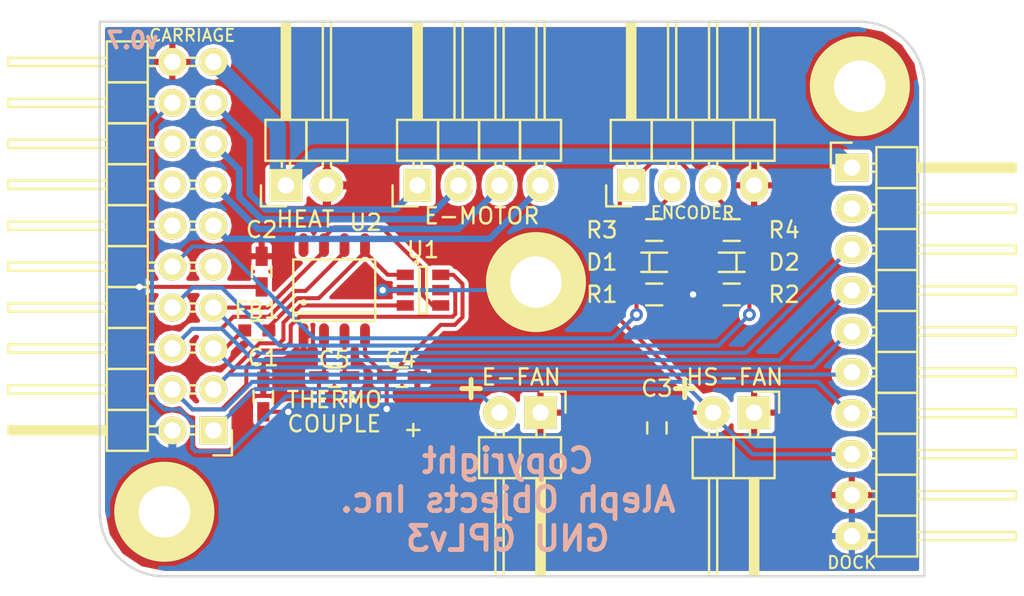
<source format=kicad_pcb>
(kicad_pcb (version 20160815) (host pcbnew "(2016-12-15 revision b13c7e4)-master")

  (general
    (links 60)
    (no_connects 0)
    (area 111.079999 73.5 174.955001 110.500001)
    (thickness 1.6)
    (drawings 11)
    (tracks 222)
    (zones 0)
    (modules 25)
    (nets 27)
  )

  (page A4)
  (title_block
    (title "Tool Head PCB")
    (date 2017-03-17)
    (rev 0.7)
    (company "Aleph Objects Inc.")
    (comment 1 "GNU GPLv3, Copyright 2016-2017")
  )

  (layers
    (0 F.Cu signal)
    (31 B.Cu signal)
    (32 B.Adhes user)
    (33 F.Adhes user)
    (34 B.Paste user)
    (35 F.Paste user)
    (36 B.SilkS user)
    (37 F.SilkS user)
    (38 B.Mask user)
    (39 F.Mask user)
    (40 Dwgs.User user)
    (41 Cmts.User user)
    (42 Eco1.User user)
    (43 Eco2.User user)
    (44 Edge.Cuts user)
    (45 Margin user)
    (46 B.CrtYd user)
    (47 F.CrtYd user)
    (48 B.Fab user)
    (49 F.Fab user)
  )

  (setup
    (last_trace_width 0.25)
    (user_trace_width 0.4)
    (user_trace_width 1)
    (trace_clearance 0.2)
    (zone_clearance 0.254)
    (zone_45_only no)
    (trace_min 0.2)
    (segment_width 0.2)
    (edge_width 0.15)
    (via_size 0.8)
    (via_drill 0.4)
    (via_min_size 0.4)
    (via_min_drill 0.3)
    (uvia_size 0.3)
    (uvia_drill 0.1)
    (uvias_allowed no)
    (uvia_min_size 0.2)
    (uvia_min_drill 0.1)
    (pcb_text_width 0.3)
    (pcb_text_size 1.5 1.5)
    (mod_edge_width 0.15)
    (mod_text_size 1 1)
    (mod_text_width 0.15)
    (pad_size 1.2 0.75)
    (pad_drill 0)
    (pad_to_mask_clearance 0.2)
    (aux_axis_origin 0 0)
    (visible_elements FFFFFF7F)
    (pcbplotparams
      (layerselection 0x010f0_ffffffff)
      (usegerberextensions true)
      (excludeedgelayer true)
      (linewidth 0.100000)
      (plotframeref false)
      (viasonmask false)
      (mode 1)
      (useauxorigin false)
      (hpglpennumber 1)
      (hpglpenspeed 20)
      (hpglpendiameter 15)
      (psnegative false)
      (psa4output false)
      (plotreference true)
      (plotvalue true)
      (plotinvisibletext false)
      (padsonsilk false)
      (subtractmaskfromsilk false)
      (outputformat 1)
      (mirror false)
      (drillshape 0)
      (scaleselection 1)
      (outputdirectory gerbers/))
  )

  (net 0 "")
  (net 1 GND)
  (net 2 /T-)
  (net 3 /T+)
  (net 4 "Net-(D1-Pad1)")
  (net 5 /ENC_A)
  (net 6 /ENC_B)
  (net 7 "Net-(D2-Pad1)")
  (net 8 /HEAT)
  (net 9 /E-FAN)
  (net 10 /OB2)
  (net 11 /OB1)
  (net 12 /OA2)
  (net 13 /OA1)
  (net 14 /SCLK)
  (net 15 /~SS1)
  (net 16 /~SS0)
  (net 17 /MOSI)
  (net 18 /MISO)
  (net 19 +3V3)
  (net 20 +5V)
  (net 21 "Net-(P2-Pad2)")
  (net 22 "Net-(P1-Pad9)")
  (net 23 "Net-(P1-Pad12)")
  (net 24 "Net-(P1-Pad14)")
  (net 25 "Net-(P1-Pad16)")
  (net 26 /SCLK_P1)

  (net_class Default "This is the default net class."
    (clearance 0.2)
    (trace_width 0.25)
    (via_dia 0.8)
    (via_drill 0.4)
    (uvia_dia 0.3)
    (uvia_drill 0.1)
    (add_net +3V3)
    (add_net +5V)
    (add_net /E-FAN)
    (add_net /ENC_A)
    (add_net /ENC_B)
    (add_net /MISO)
    (add_net /MOSI)
    (add_net /SCLK)
    (add_net /SCLK_P1)
    (add_net /T+)
    (add_net /T-)
    (add_net /~SS0)
    (add_net /~SS1)
    (add_net GND)
    (add_net "Net-(D1-Pad1)")
    (add_net "Net-(D2-Pad1)")
    (add_net "Net-(P1-Pad12)")
    (add_net "Net-(P1-Pad14)")
    (add_net "Net-(P1-Pad16)")
    (add_net "Net-(P1-Pad9)")
    (add_net "Net-(P2-Pad2)")
  )

  (net_class Heat ""
    (clearance 0.2)
    (trace_width 1)
    (via_dia 0.8)
    (via_drill 0.4)
    (uvia_dia 0.3)
    (uvia_drill 0.1)
    (add_net /HEAT)
  )

  (net_class Motors ""
    (clearance 0.2)
    (trace_width 0.4)
    (via_dia 0.8)
    (via_drill 0.4)
    (uvia_dia 0.3)
    (uvia_drill 0.1)
    (add_net /OA1)
    (add_net /OA2)
    (add_net /OB1)
    (add_net /OB2)
  )

  (module Pin_Headers:Pin_Header_Angled_1x10 (layer F.Cu) (tedit 5845BBB2) (tstamp 5813CAB5)
    (at 164.08 83.9)
    (descr "Through hole pin header")
    (tags "pin header")
    (path /583DF72A)
    (fp_text reference P2 (at 0 -5.1) (layer F.SilkS) hide
      (effects (font (size 1 1) (thickness 0.15)))
    )
    (fp_text value DOCK (at 0 24.5) (layer F.SilkS)
      (effects (font (size 0.75 0.75) (thickness 0.125)))
    )
    (fp_line (start -1.5 -1.75) (end -1.5 24.65) (layer F.CrtYd) (width 0.05))
    (fp_line (start 10.65 -1.75) (end 10.65 24.65) (layer F.CrtYd) (width 0.05))
    (fp_line (start -1.5 -1.75) (end 10.65 -1.75) (layer F.CrtYd) (width 0.05))
    (fp_line (start -1.5 24.65) (end 10.65 24.65) (layer F.CrtYd) (width 0.05))
    (fp_line (start -1.3 -1.55) (end -1.3 0) (layer F.SilkS) (width 0.15))
    (fp_line (start 0 -1.55) (end -1.3 -1.55) (layer F.SilkS) (width 0.15))
    (fp_line (start 4.191 -0.127) (end 10.033 -0.127) (layer F.SilkS) (width 0.15))
    (fp_line (start 10.033 -0.127) (end 10.033 0.127) (layer F.SilkS) (width 0.15))
    (fp_line (start 10.033 0.127) (end 4.191 0.127) (layer F.SilkS) (width 0.15))
    (fp_line (start 4.191 0.127) (end 4.191 0) (layer F.SilkS) (width 0.15))
    (fp_line (start 4.191 0) (end 10.033 0) (layer F.SilkS) (width 0.15))
    (fp_line (start 1.524 17.526) (end 1.143 17.526) (layer F.SilkS) (width 0.15))
    (fp_line (start 1.524 18.034) (end 1.143 18.034) (layer F.SilkS) (width 0.15))
    (fp_line (start 1.524 20.066) (end 1.143 20.066) (layer F.SilkS) (width 0.15))
    (fp_line (start 1.524 20.574) (end 1.143 20.574) (layer F.SilkS) (width 0.15))
    (fp_line (start 1.524 22.606) (end 1.143 22.606) (layer F.SilkS) (width 0.15))
    (fp_line (start 1.524 23.114) (end 1.143 23.114) (layer F.SilkS) (width 0.15))
    (fp_line (start 1.524 -0.254) (end 1.143 -0.254) (layer F.SilkS) (width 0.15))
    (fp_line (start 1.524 0.254) (end 1.143 0.254) (layer F.SilkS) (width 0.15))
    (fp_line (start 1.524 2.286) (end 1.143 2.286) (layer F.SilkS) (width 0.15))
    (fp_line (start 1.524 2.794) (end 1.143 2.794) (layer F.SilkS) (width 0.15))
    (fp_line (start 1.524 4.826) (end 1.143 4.826) (layer F.SilkS) (width 0.15))
    (fp_line (start 1.524 5.334) (end 1.143 5.334) (layer F.SilkS) (width 0.15))
    (fp_line (start 1.524 15.494) (end 1.143 15.494) (layer F.SilkS) (width 0.15))
    (fp_line (start 1.524 14.986) (end 1.143 14.986) (layer F.SilkS) (width 0.15))
    (fp_line (start 1.524 12.954) (end 1.143 12.954) (layer F.SilkS) (width 0.15))
    (fp_line (start 1.524 12.446) (end 1.143 12.446) (layer F.SilkS) (width 0.15))
    (fp_line (start 1.524 10.414) (end 1.143 10.414) (layer F.SilkS) (width 0.15))
    (fp_line (start 1.524 9.906) (end 1.143 9.906) (layer F.SilkS) (width 0.15))
    (fp_line (start 1.524 7.874) (end 1.143 7.874) (layer F.SilkS) (width 0.15))
    (fp_line (start 1.524 7.366) (end 1.143 7.366) (layer F.SilkS) (width 0.15))
    (fp_line (start 1.524 13.97) (end 4.064 13.97) (layer F.SilkS) (width 0.15))
    (fp_line (start 1.524 13.97) (end 1.524 16.51) (layer F.SilkS) (width 0.15))
    (fp_line (start 1.524 16.51) (end 4.064 16.51) (layer F.SilkS) (width 0.15))
    (fp_line (start 4.064 14.986) (end 10.16 14.986) (layer F.SilkS) (width 0.15))
    (fp_line (start 10.16 14.986) (end 10.16 15.494) (layer F.SilkS) (width 0.15))
    (fp_line (start 10.16 15.494) (end 4.064 15.494) (layer F.SilkS) (width 0.15))
    (fp_line (start 4.064 16.51) (end 4.064 13.97) (layer F.SilkS) (width 0.15))
    (fp_line (start 4.064 19.05) (end 4.064 16.51) (layer F.SilkS) (width 0.15))
    (fp_line (start 10.16 18.034) (end 4.064 18.034) (layer F.SilkS) (width 0.15))
    (fp_line (start 10.16 17.526) (end 10.16 18.034) (layer F.SilkS) (width 0.15))
    (fp_line (start 4.064 17.526) (end 10.16 17.526) (layer F.SilkS) (width 0.15))
    (fp_line (start 1.524 19.05) (end 4.064 19.05) (layer F.SilkS) (width 0.15))
    (fp_line (start 1.524 16.51) (end 1.524 19.05) (layer F.SilkS) (width 0.15))
    (fp_line (start 1.524 16.51) (end 4.064 16.51) (layer F.SilkS) (width 0.15))
    (fp_line (start 1.524 21.59) (end 4.064 21.59) (layer F.SilkS) (width 0.15))
    (fp_line (start 1.524 21.59) (end 1.524 24.13) (layer F.SilkS) (width 0.15))
    (fp_line (start 4.064 22.606) (end 10.16 22.606) (layer F.SilkS) (width 0.15))
    (fp_line (start 10.16 22.606) (end 10.16 23.114) (layer F.SilkS) (width 0.15))
    (fp_line (start 10.16 23.114) (end 4.064 23.114) (layer F.SilkS) (width 0.15))
    (fp_line (start 4.064 24.13) (end 4.064 21.59) (layer F.SilkS) (width 0.15))
    (fp_line (start 4.064 21.59) (end 4.064 19.05) (layer F.SilkS) (width 0.15))
    (fp_line (start 10.16 20.574) (end 4.064 20.574) (layer F.SilkS) (width 0.15))
    (fp_line (start 10.16 20.066) (end 10.16 20.574) (layer F.SilkS) (width 0.15))
    (fp_line (start 4.064 20.066) (end 10.16 20.066) (layer F.SilkS) (width 0.15))
    (fp_line (start 1.524 21.59) (end 4.064 21.59) (layer F.SilkS) (width 0.15))
    (fp_line (start 1.524 19.05) (end 1.524 21.59) (layer F.SilkS) (width 0.15))
    (fp_line (start 1.524 19.05) (end 4.064 19.05) (layer F.SilkS) (width 0.15))
    (fp_line (start 1.524 24.13) (end 4.064 24.13) (layer F.SilkS) (width 0.15))
    (fp_line (start 1.524 -1.27) (end 4.064 -1.27) (layer F.SilkS) (width 0.15))
    (fp_line (start 1.524 1.27) (end 4.064 1.27) (layer F.SilkS) (width 0.15))
    (fp_line (start 1.524 1.27) (end 1.524 3.81) (layer F.SilkS) (width 0.15))
    (fp_line (start 1.524 3.81) (end 4.064 3.81) (layer F.SilkS) (width 0.15))
    (fp_line (start 4.064 2.286) (end 10.16 2.286) (layer F.SilkS) (width 0.15))
    (fp_line (start 10.16 2.286) (end 10.16 2.794) (layer F.SilkS) (width 0.15))
    (fp_line (start 10.16 2.794) (end 4.064 2.794) (layer F.SilkS) (width 0.15))
    (fp_line (start 4.064 3.81) (end 4.064 1.27) (layer F.SilkS) (width 0.15))
    (fp_line (start 4.064 1.27) (end 4.064 -1.27) (layer F.SilkS) (width 0.15))
    (fp_line (start 10.16 0.254) (end 4.064 0.254) (layer F.SilkS) (width 0.15))
    (fp_line (start 10.16 -0.254) (end 10.16 0.254) (layer F.SilkS) (width 0.15))
    (fp_line (start 4.064 -0.254) (end 10.16 -0.254) (layer F.SilkS) (width 0.15))
    (fp_line (start 1.524 1.27) (end 4.064 1.27) (layer F.SilkS) (width 0.15))
    (fp_line (start 1.524 -1.27) (end 1.524 1.27) (layer F.SilkS) (width 0.15))
    (fp_line (start 1.524 8.89) (end 4.064 8.89) (layer F.SilkS) (width 0.15))
    (fp_line (start 1.524 8.89) (end 1.524 11.43) (layer F.SilkS) (width 0.15))
    (fp_line (start 1.524 11.43) (end 4.064 11.43) (layer F.SilkS) (width 0.15))
    (fp_line (start 4.064 9.906) (end 10.16 9.906) (layer F.SilkS) (width 0.15))
    (fp_line (start 10.16 9.906) (end 10.16 10.414) (layer F.SilkS) (width 0.15))
    (fp_line (start 10.16 10.414) (end 4.064 10.414) (layer F.SilkS) (width 0.15))
    (fp_line (start 4.064 11.43) (end 4.064 8.89) (layer F.SilkS) (width 0.15))
    (fp_line (start 4.064 13.97) (end 4.064 11.43) (layer F.SilkS) (width 0.15))
    (fp_line (start 10.16 12.954) (end 4.064 12.954) (layer F.SilkS) (width 0.15))
    (fp_line (start 10.16 12.446) (end 10.16 12.954) (layer F.SilkS) (width 0.15))
    (fp_line (start 4.064 12.446) (end 10.16 12.446) (layer F.SilkS) (width 0.15))
    (fp_line (start 1.524 13.97) (end 4.064 13.97) (layer F.SilkS) (width 0.15))
    (fp_line (start 1.524 11.43) (end 1.524 13.97) (layer F.SilkS) (width 0.15))
    (fp_line (start 1.524 11.43) (end 4.064 11.43) (layer F.SilkS) (width 0.15))
    (fp_line (start 1.524 6.35) (end 4.064 6.35) (layer F.SilkS) (width 0.15))
    (fp_line (start 1.524 6.35) (end 1.524 8.89) (layer F.SilkS) (width 0.15))
    (fp_line (start 1.524 8.89) (end 4.064 8.89) (layer F.SilkS) (width 0.15))
    (fp_line (start 4.064 7.366) (end 10.16 7.366) (layer F.SilkS) (width 0.15))
    (fp_line (start 10.16 7.366) (end 10.16 7.874) (layer F.SilkS) (width 0.15))
    (fp_line (start 10.16 7.874) (end 4.064 7.874) (layer F.SilkS) (width 0.15))
    (fp_line (start 4.064 8.89) (end 4.064 6.35) (layer F.SilkS) (width 0.15))
    (fp_line (start 4.064 6.35) (end 4.064 3.81) (layer F.SilkS) (width 0.15))
    (fp_line (start 10.16 5.334) (end 4.064 5.334) (layer F.SilkS) (width 0.15))
    (fp_line (start 10.16 4.826) (end 10.16 5.334) (layer F.SilkS) (width 0.15))
    (fp_line (start 4.064 4.826) (end 10.16 4.826) (layer F.SilkS) (width 0.15))
    (fp_line (start 1.524 6.35) (end 4.064 6.35) (layer F.SilkS) (width 0.15))
    (fp_line (start 1.524 3.81) (end 1.524 6.35) (layer F.SilkS) (width 0.15))
    (fp_line (start 1.524 3.81) (end 4.064 3.81) (layer F.SilkS) (width 0.15))
    (pad 10 thru_hole oval (at 0 22.86) (size 2.032 1.7272) (drill 1.016) (layers *.Cu *.Mask F.SilkS)
      (net 19 +3V3))
    (pad 9 thru_hole oval (at 0 20.32) (size 2.032 1.7272) (drill 1.016) (layers *.Cu *.Mask F.SilkS)
      (net 1 GND))
    (pad 8 thru_hole oval (at 0 17.78) (size 2.032 1.7272) (drill 1.016) (layers *.Cu *.Mask F.SilkS)
      (net 20 +5V))
    (pad 7 thru_hole oval (at 0 15.24) (size 2.032 1.7272) (drill 1.016) (layers *.Cu *.Mask F.SilkS)
      (net 15 /~SS1))
    (pad 6 thru_hole oval (at 0 12.7) (size 2.032 1.7272) (drill 1.016) (layers *.Cu *.Mask F.SilkS)
      (net 17 /MOSI))
    (pad 5 thru_hole oval (at 0 10.16) (size 2.032 1.7272) (drill 1.016) (layers *.Cu *.Mask F.SilkS)
      (net 26 /SCLK_P1))
    (pad 4 thru_hole oval (at 0 7.62) (size 2.032 1.7272) (drill 1.016) (layers *.Cu *.Mask F.SilkS)
      (net 16 /~SS0))
    (pad 3 thru_hole oval (at 0 5.08) (size 2.032 1.7272) (drill 1.016) (layers *.Cu *.Mask F.SilkS)
      (net 18 /MISO))
    (pad 2 thru_hole oval (at 0 2.54) (size 2.032 1.7272) (drill 1.016) (layers *.Cu *.Mask F.SilkS)
      (net 21 "Net-(P2-Pad2)"))
    (pad 1 thru_hole rect (at 0 0) (size 2.032 1.7272) (drill 1.016) (layers *.Cu *.Mask F.SilkS)
      (net 8 /HEAT))
    (model Pin_Headers.3dshapes/Pin_Header_Angled_1x10.wrl
      (at (xyz 0 -0.45 0))
      (scale (xyz 1 1 1))
      (rotate (xyz 0 0 90))
    )
  )

  (module Pin_Headers:Pin_Header_Angled_1x02 (layer F.Cu) (tedit 58CC1733) (tstamp 58175B1E)
    (at 129.005 85 90)
    (descr "Through hole pin header")
    (tags "pin header")
    (path /5823661E)
    (fp_text reference P5 (at 0 -5.1 90) (layer F.SilkS) hide
      (effects (font (size 1 1) (thickness 0.15)))
    )
    (fp_text value HEAT (at -2.1 1.2 180) (layer F.SilkS)
      (effects (font (size 1 1) (thickness 0.15)))
    )
    (fp_line (start 1.524 -1.27) (end 1.524 1.27) (layer F.SilkS) (width 0.15))
    (fp_line (start 1.524 1.27) (end 4.064 1.27) (layer F.SilkS) (width 0.15))
    (fp_line (start 4.064 -0.254) (end 10.16 -0.254) (layer F.SilkS) (width 0.15))
    (fp_line (start 10.16 -0.254) (end 10.16 0.254) (layer F.SilkS) (width 0.15))
    (fp_line (start 10.16 0.254) (end 4.064 0.254) (layer F.SilkS) (width 0.15))
    (fp_line (start 4.064 1.27) (end 4.064 -1.27) (layer F.SilkS) (width 0.15))
    (fp_line (start 4.064 3.81) (end 4.064 1.27) (layer F.SilkS) (width 0.15))
    (fp_line (start 10.16 2.794) (end 4.064 2.794) (layer F.SilkS) (width 0.15))
    (fp_line (start 10.16 2.286) (end 10.16 2.794) (layer F.SilkS) (width 0.15))
    (fp_line (start 4.064 2.286) (end 10.16 2.286) (layer F.SilkS) (width 0.15))
    (fp_line (start 1.524 3.81) (end 4.064 3.81) (layer F.SilkS) (width 0.15))
    (fp_line (start 1.524 1.27) (end 1.524 3.81) (layer F.SilkS) (width 0.15))
    (fp_line (start 1.524 1.27) (end 4.064 1.27) (layer F.SilkS) (width 0.15))
    (fp_line (start 1.524 -1.27) (end 4.064 -1.27) (layer F.SilkS) (width 0.15))
    (fp_line (start 1.524 2.794) (end 1.143 2.794) (layer F.SilkS) (width 0.15))
    (fp_line (start 1.524 2.286) (end 1.143 2.286) (layer F.SilkS) (width 0.15))
    (fp_line (start 1.524 0.254) (end 1.143 0.254) (layer F.SilkS) (width 0.15))
    (fp_line (start 1.524 -0.254) (end 1.143 -0.254) (layer F.SilkS) (width 0.15))
    (fp_line (start 4.191 0) (end 10.033 0) (layer F.SilkS) (width 0.15))
    (fp_line (start 4.191 0.127) (end 4.191 0) (layer F.SilkS) (width 0.15))
    (fp_line (start 10.033 0.127) (end 4.191 0.127) (layer F.SilkS) (width 0.15))
    (fp_line (start 10.033 -0.127) (end 10.033 0.127) (layer F.SilkS) (width 0.15))
    (fp_line (start 4.191 -0.127) (end 10.033 -0.127) (layer F.SilkS) (width 0.15))
    (fp_line (start 0 -1.55) (end -1.3 -1.55) (layer F.SilkS) (width 0.15))
    (fp_line (start -1.3 -1.55) (end -1.3 0) (layer F.SilkS) (width 0.15))
    (fp_line (start -1.5 4.3) (end 10.65 4.3) (layer F.CrtYd) (width 0.05))
    (fp_line (start -1.5 -1.75) (end 10.65 -1.75) (layer F.CrtYd) (width 0.05))
    (fp_line (start 10.65 -1.75) (end 10.65 4.3) (layer F.CrtYd) (width 0.05))
    (fp_line (start -1.5 -1.75) (end -1.5 4.3) (layer F.CrtYd) (width 0.05))
    (pad 1 thru_hole rect (at 0 0 90) (size 2.032 2.032) (drill 1.016) (layers *.Cu *.Mask F.SilkS)
      (net 8 /HEAT))
    (pad 2 thru_hole oval (at 0 2.54 90) (size 2.032 2.032) (drill 1.016) (layers *.Cu *.Mask F.SilkS)
      (net 1 GND) (thermal_width 0.5))
    (model Pin_Headers.3dshapes/Pin_Header_Angled_1x02.wrl
      (at (xyz 0 -0.05 0))
      (scale (xyz 1 1 1))
      (rotate (xyz 0 0 90))
    )
  )

  (module ToolHead_PCB:MountingHole_3mm_Pad (layer F.Cu) (tedit 5845BBB2) (tstamp 58190D8B)
    (at 144.5 91)
    (descr "Mounting Hole 3mm")
    (tags "mounting hole 3mm")
    (fp_text reference REF** (at 0 -4) (layer F.SilkS) hide
      (effects (font (size 1 1) (thickness 0.15)))
    )
    (fp_text value MountingHole_3.2mm_M3 (at 0 4) (layer F.Fab) hide
      (effects (font (size 1 1) (thickness 0.15)))
    )
    (fp_circle (center 0 0) (end 2.75 0) (layer F.CrtYd) (width 0.05))
    (pad "" thru_hole circle (at 0 0) (size 6.2 6.2) (drill 3.2) (layers *.Cu *.Mask F.SilkS)
      (net 1 GND) (zone_connect 2))
  )

  (module Pin_Headers:Pin_Header_Angled_2x10 (layer F.Cu) (tedit 5845BBB2) (tstamp 5813CA24)
    (at 124.505 100.2 180)
    (descr "Through hole pin header")
    (tags "pin header")
    (path /58121863)
    (fp_text reference P1 (at 2 25.5 180) (layer F.SilkS) hide
      (effects (font (size 1 1) (thickness 0.15)))
    )
    (fp_text value CARRIAGE (at 1.305 24.5 180) (layer F.SilkS)
      (effects (font (size 0.75 0.75) (thickness 0.125)))
    )
    (fp_line (start -1.35 -1.75) (end -1.35 24.65) (layer F.CrtYd) (width 0.05))
    (fp_line (start 13.2 -1.75) (end 13.2 24.65) (layer F.CrtYd) (width 0.05))
    (fp_line (start -1.35 -1.75) (end 13.2 -1.75) (layer F.CrtYd) (width 0.05))
    (fp_line (start -1.35 24.65) (end 13.2 24.65) (layer F.CrtYd) (width 0.05))
    (fp_line (start 1.524 -0.254) (end 1.016 -0.254) (layer F.SilkS) (width 0.15))
    (fp_line (start 1.524 0.254) (end 1.016 0.254) (layer F.SilkS) (width 0.15))
    (fp_line (start 1.524 23.114) (end 1.016 23.114) (layer F.SilkS) (width 0.15))
    (fp_line (start 1.524 22.606) (end 1.016 22.606) (layer F.SilkS) (width 0.15))
    (fp_line (start 1.524 17.526) (end 1.016 17.526) (layer F.SilkS) (width 0.15))
    (fp_line (start 1.524 18.034) (end 1.016 18.034) (layer F.SilkS) (width 0.15))
    (fp_line (start 1.524 20.066) (end 1.016 20.066) (layer F.SilkS) (width 0.15))
    (fp_line (start 1.524 20.574) (end 1.016 20.574) (layer F.SilkS) (width 0.15))
    (fp_line (start 1.524 15.494) (end 1.016 15.494) (layer F.SilkS) (width 0.15))
    (fp_line (start 1.524 14.986) (end 1.016 14.986) (layer F.SilkS) (width 0.15))
    (fp_line (start 1.524 12.954) (end 1.016 12.954) (layer F.SilkS) (width 0.15))
    (fp_line (start 1.524 12.446) (end 1.016 12.446) (layer F.SilkS) (width 0.15))
    (fp_line (start 1.524 2.286) (end 1.016 2.286) (layer F.SilkS) (width 0.15))
    (fp_line (start 1.524 2.794) (end 1.016 2.794) (layer F.SilkS) (width 0.15))
    (fp_line (start 1.524 4.826) (end 1.016 4.826) (layer F.SilkS) (width 0.15))
    (fp_line (start 1.524 5.334) (end 1.016 5.334) (layer F.SilkS) (width 0.15))
    (fp_line (start 1.524 10.414) (end 1.016 10.414) (layer F.SilkS) (width 0.15))
    (fp_line (start 1.524 9.906) (end 1.016 9.906) (layer F.SilkS) (width 0.15))
    (fp_line (start 1.524 7.874) (end 1.016 7.874) (layer F.SilkS) (width 0.15))
    (fp_line (start 1.524 7.366) (end 1.016 7.366) (layer F.SilkS) (width 0.15))
    (fp_line (start 4.064 23.114) (end 3.556 23.114) (layer F.SilkS) (width 0.15))
    (fp_line (start 4.064 22.606) (end 3.556 22.606) (layer F.SilkS) (width 0.15))
    (fp_line (start 4.064 20.574) (end 3.556 20.574) (layer F.SilkS) (width 0.15))
    (fp_line (start 4.064 20.066) (end 3.556 20.066) (layer F.SilkS) (width 0.15))
    (fp_line (start 4.064 14.986) (end 3.556 14.986) (layer F.SilkS) (width 0.15))
    (fp_line (start 4.064 15.494) (end 3.556 15.494) (layer F.SilkS) (width 0.15))
    (fp_line (start 4.064 17.526) (end 3.556 17.526) (layer F.SilkS) (width 0.15))
    (fp_line (start 4.064 18.034) (end 3.556 18.034) (layer F.SilkS) (width 0.15))
    (fp_line (start 4.064 12.954) (end 3.556 12.954) (layer F.SilkS) (width 0.15))
    (fp_line (start 4.064 12.446) (end 3.556 12.446) (layer F.SilkS) (width 0.15))
    (fp_line (start 4.064 10.414) (end 3.556 10.414) (layer F.SilkS) (width 0.15))
    (fp_line (start 4.064 9.906) (end 3.556 9.906) (layer F.SilkS) (width 0.15))
    (fp_line (start 4.064 -0.254) (end 3.556 -0.254) (layer F.SilkS) (width 0.15))
    (fp_line (start 4.064 0.254) (end 3.556 0.254) (layer F.SilkS) (width 0.15))
    (fp_line (start 4.064 2.286) (end 3.556 2.286) (layer F.SilkS) (width 0.15))
    (fp_line (start 4.064 2.794) (end 3.556 2.794) (layer F.SilkS) (width 0.15))
    (fp_line (start 4.064 7.874) (end 3.556 7.874) (layer F.SilkS) (width 0.15))
    (fp_line (start 4.064 7.366) (end 3.556 7.366) (layer F.SilkS) (width 0.15))
    (fp_line (start 4.064 5.334) (end 3.556 5.334) (layer F.SilkS) (width 0.15))
    (fp_line (start 4.064 4.826) (end 3.556 4.826) (layer F.SilkS) (width 0.15))
    (fp_line (start 0 -1.55) (end -1.15 -1.55) (layer F.SilkS) (width 0.15))
    (fp_line (start -1.15 -1.55) (end -1.15 0) (layer F.SilkS) (width 0.15))
    (fp_line (start 6.604 -0.127) (end 12.573 -0.127) (layer F.SilkS) (width 0.15))
    (fp_line (start 12.573 -0.127) (end 12.573 0.127) (layer F.SilkS) (width 0.15))
    (fp_line (start 12.573 0.127) (end 6.731 0.127) (layer F.SilkS) (width 0.15))
    (fp_line (start 6.731 0.127) (end 6.731 0) (layer F.SilkS) (width 0.15))
    (fp_line (start 6.731 0) (end 12.573 0) (layer F.SilkS) (width 0.15))
    (fp_line (start 4.064 19.05) (end 6.604 19.05) (layer F.SilkS) (width 0.15))
    (fp_line (start 4.064 19.05) (end 4.064 21.59) (layer F.SilkS) (width 0.15))
    (fp_line (start 4.064 21.59) (end 6.604 21.59) (layer F.SilkS) (width 0.15))
    (fp_line (start 6.604 20.066) (end 12.7 20.066) (layer F.SilkS) (width 0.15))
    (fp_line (start 12.7 20.066) (end 12.7 20.574) (layer F.SilkS) (width 0.15))
    (fp_line (start 12.7 20.574) (end 6.604 20.574) (layer F.SilkS) (width 0.15))
    (fp_line (start 6.604 21.59) (end 6.604 19.05) (layer F.SilkS) (width 0.15))
    (fp_line (start 6.604 24.13) (end 6.604 21.59) (layer F.SilkS) (width 0.15))
    (fp_line (start 12.7 23.114) (end 6.604 23.114) (layer F.SilkS) (width 0.15))
    (fp_line (start 12.7 22.606) (end 12.7 23.114) (layer F.SilkS) (width 0.15))
    (fp_line (start 6.604 22.606) (end 12.7 22.606) (layer F.SilkS) (width 0.15))
    (fp_line (start 4.064 21.59) (end 4.064 24.13) (layer F.SilkS) (width 0.15))
    (fp_line (start 4.064 21.59) (end 6.604 21.59) (layer F.SilkS) (width 0.15))
    (fp_line (start 4.064 24.13) (end 6.604 24.13) (layer F.SilkS) (width 0.15))
    (fp_line (start 4.064 8.89) (end 6.604 8.89) (layer F.SilkS) (width 0.15))
    (fp_line (start 4.064 8.89) (end 4.064 11.43) (layer F.SilkS) (width 0.15))
    (fp_line (start 4.064 11.43) (end 6.604 11.43) (layer F.SilkS) (width 0.15))
    (fp_line (start 6.604 9.906) (end 12.7 9.906) (layer F.SilkS) (width 0.15))
    (fp_line (start 12.7 9.906) (end 12.7 10.414) (layer F.SilkS) (width 0.15))
    (fp_line (start 12.7 10.414) (end 6.604 10.414) (layer F.SilkS) (width 0.15))
    (fp_line (start 6.604 11.43) (end 6.604 8.89) (layer F.SilkS) (width 0.15))
    (fp_line (start 6.604 13.97) (end 6.604 11.43) (layer F.SilkS) (width 0.15))
    (fp_line (start 12.7 12.954) (end 6.604 12.954) (layer F.SilkS) (width 0.15))
    (fp_line (start 12.7 12.446) (end 12.7 12.954) (layer F.SilkS) (width 0.15))
    (fp_line (start 6.604 12.446) (end 12.7 12.446) (layer F.SilkS) (width 0.15))
    (fp_line (start 4.064 13.97) (end 6.604 13.97) (layer F.SilkS) (width 0.15))
    (fp_line (start 4.064 11.43) (end 4.064 13.97) (layer F.SilkS) (width 0.15))
    (fp_line (start 4.064 11.43) (end 6.604 11.43) (layer F.SilkS) (width 0.15))
    (fp_line (start 4.064 16.51) (end 6.604 16.51) (layer F.SilkS) (width 0.15))
    (fp_line (start 4.064 16.51) (end 4.064 19.05) (layer F.SilkS) (width 0.15))
    (fp_line (start 4.064 19.05) (end 6.604 19.05) (layer F.SilkS) (width 0.15))
    (fp_line (start 6.604 17.526) (end 12.7 17.526) (layer F.SilkS) (width 0.15))
    (fp_line (start 12.7 17.526) (end 12.7 18.034) (layer F.SilkS) (width 0.15))
    (fp_line (start 12.7 18.034) (end 6.604 18.034) (layer F.SilkS) (width 0.15))
    (fp_line (start 6.604 19.05) (end 6.604 16.51) (layer F.SilkS) (width 0.15))
    (fp_line (start 6.604 16.51) (end 6.604 13.97) (layer F.SilkS) (width 0.15))
    (fp_line (start 12.7 15.494) (end 6.604 15.494) (layer F.SilkS) (width 0.15))
    (fp_line (start 12.7 14.986) (end 12.7 15.494) (layer F.SilkS) (width 0.15))
    (fp_line (start 6.604 14.986) (end 12.7 14.986) (layer F.SilkS) (width 0.15))
    (fp_line (start 4.064 16.51) (end 6.604 16.51) (layer F.SilkS) (width 0.15))
    (fp_line (start 4.064 13.97) (end 4.064 16.51) (layer F.SilkS) (width 0.15))
    (fp_line (start 4.064 13.97) (end 6.604 13.97) (layer F.SilkS) (width 0.15))
    (fp_line (start 4.064 3.81) (end 6.604 3.81) (layer F.SilkS) (width 0.15))
    (fp_line (start 4.064 3.81) (end 4.064 6.35) (layer F.SilkS) (width 0.15))
    (fp_line (start 4.064 6.35) (end 6.604 6.35) (layer F.SilkS) (width 0.15))
    (fp_line (start 6.604 4.826) (end 12.7 4.826) (layer F.SilkS) (width 0.15))
    (fp_line (start 12.7 4.826) (end 12.7 5.334) (layer F.SilkS) (width 0.15))
    (fp_line (start 12.7 5.334) (end 6.604 5.334) (layer F.SilkS) (width 0.15))
    (fp_line (start 6.604 6.35) (end 6.604 3.81) (layer F.SilkS) (width 0.15))
    (fp_line (start 6.604 8.89) (end 6.604 6.35) (layer F.SilkS) (width 0.15))
    (fp_line (start 12.7 7.874) (end 6.604 7.874) (layer F.SilkS) (width 0.15))
    (fp_line (start 12.7 7.366) (end 12.7 7.874) (layer F.SilkS) (width 0.15))
    (fp_line (start 6.604 7.366) (end 12.7 7.366) (layer F.SilkS) (width 0.15))
    (fp_line (start 4.064 8.89) (end 6.604 8.89) (layer F.SilkS) (width 0.15))
    (fp_line (start 4.064 6.35) (end 4.064 8.89) (layer F.SilkS) (width 0.15))
    (fp_line (start 4.064 6.35) (end 6.604 6.35) (layer F.SilkS) (width 0.15))
    (fp_line (start 4.064 1.27) (end 6.604 1.27) (layer F.SilkS) (width 0.15))
    (fp_line (start 4.064 1.27) (end 4.064 3.81) (layer F.SilkS) (width 0.15))
    (fp_line (start 4.064 3.81) (end 6.604 3.81) (layer F.SilkS) (width 0.15))
    (fp_line (start 6.604 2.286) (end 12.7 2.286) (layer F.SilkS) (width 0.15))
    (fp_line (start 12.7 2.286) (end 12.7 2.794) (layer F.SilkS) (width 0.15))
    (fp_line (start 12.7 2.794) (end 6.604 2.794) (layer F.SilkS) (width 0.15))
    (fp_line (start 6.604 3.81) (end 6.604 1.27) (layer F.SilkS) (width 0.15))
    (fp_line (start 6.604 1.27) (end 6.604 -1.27) (layer F.SilkS) (width 0.15))
    (fp_line (start 12.7 0.254) (end 6.604 0.254) (layer F.SilkS) (width 0.15))
    (fp_line (start 12.7 -0.254) (end 12.7 0.254) (layer F.SilkS) (width 0.15))
    (fp_line (start 6.604 -0.254) (end 12.7 -0.254) (layer F.SilkS) (width 0.15))
    (fp_line (start 4.064 1.27) (end 6.604 1.27) (layer F.SilkS) (width 0.15))
    (fp_line (start 4.064 -1.27) (end 4.064 1.27) (layer F.SilkS) (width 0.15))
    (fp_line (start 4.064 -1.27) (end 6.604 -1.27) (layer F.SilkS) (width 0.15))
    (pad 1 thru_hole rect (at 0 0 180) (size 1.7272 1.7272) (drill 1.016) (layers *.Cu *.Mask F.SilkS)
      (net 20 +5V))
    (pad 2 thru_hole oval (at 2.54 0 180) (size 1.7272 1.7272) (drill 1.016) (layers *.Cu *.Mask F.SilkS)
      (net 19 +3V3) (thermal_width 0.5))
    (pad 3 thru_hole oval (at 0 2.54 180) (size 1.7272 1.7272) (drill 1.016) (layers *.Cu *.Mask F.SilkS)
      (net 17 /MOSI))
    (pad 4 thru_hole oval (at 2.54 2.54 180) (size 1.7272 1.7272) (drill 1.016) (layers *.Cu *.Mask F.SilkS)
      (net 15 /~SS1))
    (pad 5 thru_hole oval (at 0 5.08 180) (size 1.7272 1.7272) (drill 1.016) (layers *.Cu *.Mask F.SilkS)
      (net 26 /SCLK_P1))
    (pad 6 thru_hole oval (at 2.54 5.08 180) (size 1.7272 1.7272) (drill 1.016) (layers *.Cu *.Mask F.SilkS)
      (net 16 /~SS0))
    (pad 7 thru_hole oval (at 0 7.62 180) (size 1.7272 1.7272) (drill 1.016) (layers *.Cu *.Mask F.SilkS)
      (net 18 /MISO))
    (pad 8 thru_hole oval (at 2.54 7.62 180) (size 1.7272 1.7272) (drill 1.016) (layers *.Cu *.Mask F.SilkS)
      (net 6 /ENC_B))
    (pad 9 thru_hole oval (at 0 10.16 180) (size 1.7272 1.7272) (drill 1.016) (layers *.Cu *.Mask F.SilkS)
      (net 22 "Net-(P1-Pad9)"))
    (pad 10 thru_hole oval (at 2.54 10.16 180) (size 1.7272 1.7272) (drill 1.016) (layers *.Cu *.Mask F.SilkS)
      (net 5 /ENC_A))
    (pad 11 thru_hole oval (at 0 12.7 180) (size 1.7272 1.7272) (drill 1.016) (layers *.Cu *.Mask F.SilkS)
      (net 10 /OB2))
    (pad 12 thru_hole oval (at 2.54 12.7 180) (size 1.7272 1.7272) (drill 1.016) (layers *.Cu *.Mask F.SilkS)
      (net 23 "Net-(P1-Pad12)"))
    (pad 13 thru_hole oval (at 0 15.24 180) (size 1.7272 1.7272) (drill 1.016) (layers *.Cu *.Mask F.SilkS)
      (net 11 /OB1))
    (pad 14 thru_hole oval (at 2.54 15.24 180) (size 1.7272 1.7272) (drill 1.016) (layers *.Cu *.Mask F.SilkS)
      (net 24 "Net-(P1-Pad14)"))
    (pad 15 thru_hole oval (at 0 17.78 180) (size 1.7272 1.7272) (drill 1.016) (layers *.Cu *.Mask F.SilkS)
      (net 12 /OA2))
    (pad 16 thru_hole oval (at 2.54 17.78 180) (size 1.7272 1.7272) (drill 1.016) (layers *.Cu *.Mask F.SilkS)
      (net 25 "Net-(P1-Pad16)"))
    (pad 17 thru_hole oval (at 0 20.32 180) (size 1.7272 1.7272) (drill 1.016) (layers *.Cu *.Mask F.SilkS)
      (net 13 /OA1))
    (pad 18 thru_hole oval (at 2.54 20.32 180) (size 1.7272 1.7272) (drill 1.016) (layers *.Cu *.Mask F.SilkS)
      (net 9 /E-FAN))
    (pad 19 thru_hole oval (at 0 22.86 180) (size 1.7272 1.7272) (drill 1.016) (layers *.Cu *.Mask F.SilkS)
      (net 8 /HEAT))
    (pad 20 thru_hole oval (at 2.54 22.86 180) (size 1.7272 1.7272) (drill 1.016) (layers *.Cu *.Mask F.SilkS)
      (net 1 GND))
    (model Pin_Headers.3dshapes/Pin_Header_Angled_2x10.wrl
      (at (xyz 0.05 -0.45 0))
      (scale (xyz 1 1 1))
      (rotate (xyz 0 0 90))
    )
  )

  (module ToolHead_PCB:MountingHole_3mm_Pad (layer F.Cu) (tedit 5845BBB2) (tstamp 5841AFCA)
    (at 121.465 105.25)
    (descr "Mounting Hole 3mm")
    (tags "mounting hole 3mm")
    (fp_text reference REF** (at 0 -4) (layer F.SilkS) hide
      (effects (font (size 1 1) (thickness 0.15)))
    )
    (fp_text value MountingHole_3mm_Pad (at 0 4) (layer F.Fab) hide
      (effects (font (size 1 1) (thickness 0.15)))
    )
    (fp_circle (center 0 0) (end 2.75 0) (layer F.CrtYd) (width 0.05))
    (pad "" thru_hole circle (at 0 0) (size 6.2 6.2) (drill 3.2) (layers *.Cu *.Mask F.SilkS)
      (net 1 GND) (zone_connect 2))
  )

  (module ToolHead_PCB:MountingHole_3mm_Pad (layer F.Cu) (tedit 5845BBB2) (tstamp 5845488D)
    (at 164.58 78.85)
    (descr "Mounting Hole 3mm")
    (tags "mounting hole 3mm")
    (fp_text reference REF** (at 0 -4) (layer F.SilkS) hide
      (effects (font (size 1 1) (thickness 0.15)))
    )
    (fp_text value MountingHole_3mm_Pad (at 0 4) (layer F.Fab) hide
      (effects (font (size 1 1) (thickness 0.15)))
    )
    (fp_circle (center 0 0) (end 2.75 0) (layer F.CrtYd) (width 0.05))
    (pad "" thru_hole circle (at 0 0) (size 6.2 6.2) (drill 3.2) (layers *.Cu *.Mask F.SilkS)
      (net 1 GND) (zone_connect 2))
  )

  (module Pin_Headers:Pin_Header_Angled_1x04 (layer F.Cu) (tedit 58CC1750) (tstamp 58175BB9)
    (at 150.405 85 90)
    (descr "Through hole pin header")
    (tags "pin header")
    (path /5812D244)
    (fp_text reference P7 (at 0 -5.1 90) (layer F.SilkS) hide
      (effects (font (size 1 1) (thickness 0.15)))
    )
    (fp_text value ENCODER (at -1.7 3.8025 180) (layer F.SilkS)
      (effects (font (size 0.75 0.75) (thickness 0.125)))
    )
    (fp_line (start -1.5 -1.75) (end -1.5 9.4) (layer F.CrtYd) (width 0.05))
    (fp_line (start 10.65 -1.75) (end 10.65 9.4) (layer F.CrtYd) (width 0.05))
    (fp_line (start -1.5 -1.75) (end 10.65 -1.75) (layer F.CrtYd) (width 0.05))
    (fp_line (start -1.5 9.4) (end 10.65 9.4) (layer F.CrtYd) (width 0.05))
    (fp_line (start -1.3 -1.55) (end -1.3 0) (layer F.SilkS) (width 0.15))
    (fp_line (start 0 -1.55) (end -1.3 -1.55) (layer F.SilkS) (width 0.15))
    (fp_line (start 4.191 -0.127) (end 10.033 -0.127) (layer F.SilkS) (width 0.15))
    (fp_line (start 10.033 -0.127) (end 10.033 0.127) (layer F.SilkS) (width 0.15))
    (fp_line (start 10.033 0.127) (end 4.191 0.127) (layer F.SilkS) (width 0.15))
    (fp_line (start 4.191 0.127) (end 4.191 0) (layer F.SilkS) (width 0.15))
    (fp_line (start 4.191 0) (end 10.033 0) (layer F.SilkS) (width 0.15))
    (fp_line (start 1.524 -0.254) (end 1.143 -0.254) (layer F.SilkS) (width 0.15))
    (fp_line (start 1.524 0.254) (end 1.143 0.254) (layer F.SilkS) (width 0.15))
    (fp_line (start 1.524 2.286) (end 1.143 2.286) (layer F.SilkS) (width 0.15))
    (fp_line (start 1.524 2.794) (end 1.143 2.794) (layer F.SilkS) (width 0.15))
    (fp_line (start 1.524 4.826) (end 1.143 4.826) (layer F.SilkS) (width 0.15))
    (fp_line (start 1.524 5.334) (end 1.143 5.334) (layer F.SilkS) (width 0.15))
    (fp_line (start 1.524 7.874) (end 1.143 7.874) (layer F.SilkS) (width 0.15))
    (fp_line (start 1.524 7.366) (end 1.143 7.366) (layer F.SilkS) (width 0.15))
    (fp_line (start 1.524 -1.27) (end 4.064 -1.27) (layer F.SilkS) (width 0.15))
    (fp_line (start 1.524 1.27) (end 4.064 1.27) (layer F.SilkS) (width 0.15))
    (fp_line (start 1.524 1.27) (end 1.524 3.81) (layer F.SilkS) (width 0.15))
    (fp_line (start 1.524 3.81) (end 4.064 3.81) (layer F.SilkS) (width 0.15))
    (fp_line (start 4.064 2.286) (end 10.16 2.286) (layer F.SilkS) (width 0.15))
    (fp_line (start 10.16 2.286) (end 10.16 2.794) (layer F.SilkS) (width 0.15))
    (fp_line (start 10.16 2.794) (end 4.064 2.794) (layer F.SilkS) (width 0.15))
    (fp_line (start 4.064 3.81) (end 4.064 1.27) (layer F.SilkS) (width 0.15))
    (fp_line (start 4.064 1.27) (end 4.064 -1.27) (layer F.SilkS) (width 0.15))
    (fp_line (start 10.16 0.254) (end 4.064 0.254) (layer F.SilkS) (width 0.15))
    (fp_line (start 10.16 -0.254) (end 10.16 0.254) (layer F.SilkS) (width 0.15))
    (fp_line (start 4.064 -0.254) (end 10.16 -0.254) (layer F.SilkS) (width 0.15))
    (fp_line (start 1.524 1.27) (end 4.064 1.27) (layer F.SilkS) (width 0.15))
    (fp_line (start 1.524 -1.27) (end 1.524 1.27) (layer F.SilkS) (width 0.15))
    (fp_line (start 1.524 6.35) (end 4.064 6.35) (layer F.SilkS) (width 0.15))
    (fp_line (start 1.524 6.35) (end 1.524 8.89) (layer F.SilkS) (width 0.15))
    (fp_line (start 1.524 8.89) (end 4.064 8.89) (layer F.SilkS) (width 0.15))
    (fp_line (start 4.064 7.366) (end 10.16 7.366) (layer F.SilkS) (width 0.15))
    (fp_line (start 10.16 7.366) (end 10.16 7.874) (layer F.SilkS) (width 0.15))
    (fp_line (start 10.16 7.874) (end 4.064 7.874) (layer F.SilkS) (width 0.15))
    (fp_line (start 4.064 8.89) (end 4.064 6.35) (layer F.SilkS) (width 0.15))
    (fp_line (start 4.064 6.35) (end 4.064 3.81) (layer F.SilkS) (width 0.15))
    (fp_line (start 10.16 5.334) (end 4.064 5.334) (layer F.SilkS) (width 0.15))
    (fp_line (start 10.16 4.826) (end 10.16 5.334) (layer F.SilkS) (width 0.15))
    (fp_line (start 4.064 4.826) (end 10.16 4.826) (layer F.SilkS) (width 0.15))
    (fp_line (start 1.524 6.35) (end 4.064 6.35) (layer F.SilkS) (width 0.15))
    (fp_line (start 1.524 3.81) (end 1.524 6.35) (layer F.SilkS) (width 0.15))
    (fp_line (start 1.524 3.81) (end 4.064 3.81) (layer F.SilkS) (width 0.15))
    (pad 4 thru_hole oval (at 0 7.62 90) (size 2.032 1.7272) (drill 1.016) (layers *.Cu *.Mask F.SilkS)
      (net 1 GND))
    (pad 3 thru_hole oval (at 0 5.08 90) (size 2.032 1.7272) (drill 1.016) (layers *.Cu *.Mask F.SilkS)
      (net 7 "Net-(D2-Pad1)"))
    (pad 2 thru_hole oval (at 0 2.54 90) (size 2.032 1.7272) (drill 1.016) (layers *.Cu *.Mask F.SilkS)
      (net 4 "Net-(D1-Pad1)"))
    (pad 1 thru_hole rect (at 0 0 90) (size 2.032 1.7272) (drill 1.016) (layers *.Cu *.Mask F.SilkS)
      (net 20 +5V))
    (model Pin_Headers.3dshapes/Pin_Header_Angled_1x04.wrl
      (at (xyz 0 -0.15 0))
      (scale (xyz 1 1 1))
      (rotate (xyz 0 0 90))
    )
  )

  (module ToolHead_PCB:THERMOCOUPLE (layer F.Cu) (tedit 58CC1761) (tstamp 58185DBB)
    (at 132 103.55)
    (path /5814A4C9)
    (fp_text reference P8 (at 0 -4) (layer F.SilkS) hide
      (effects (font (size 1 1) (thickness 0.15)))
    )
    (fp_text value THERMO (at 0 -5.25) (layer F.SilkS)
      (effects (font (size 1 1) (thickness 0.15)))
    )
    (fp_text user + (at 4.9 -3.45) (layer F.SilkS)
      (effects (font (size 1 1) (thickness 0.15)))
    )
    (pad 1 smd rect (at 3 0) (size 3 6) (layers F.Cu F.Mask)
      (net 3 /T+))
    (pad 2 smd rect (at -3 0) (size 3 6) (layers F.Cu F.Mask)
      (net 2 /T-))
  )

  (module Capacitors_SMD:C_0603_HandSoldering (layer F.Cu) (tedit 5845BBB2) (tstamp 5813C92E)
    (at 127.5 90.35 90)
    (descr "Capacitor SMD 0603, hand soldering")
    (tags "capacitor 0603")
    (path /581A7F92)
    (attr smd)
    (fp_text reference C2 (at 2.6 0 -180) (layer F.SilkS)
      (effects (font (size 1 1) (thickness 0.15)))
    )
    (fp_text value 15μF (at 0 1.9 90) (layer F.Fab) hide
      (effects (font (size 1 1) (thickness 0.15)))
    )
    (fp_line (start -0.8 0.4) (end -0.8 -0.4) (layer F.Fab) (width 0.15))
    (fp_line (start 0.8 0.4) (end -0.8 0.4) (layer F.Fab) (width 0.15))
    (fp_line (start 0.8 -0.4) (end 0.8 0.4) (layer F.Fab) (width 0.15))
    (fp_line (start -0.8 -0.4) (end 0.8 -0.4) (layer F.Fab) (width 0.15))
    (fp_line (start -1.85 -0.75) (end 1.85 -0.75) (layer F.CrtYd) (width 0.05))
    (fp_line (start -1.85 0.75) (end 1.85 0.75) (layer F.CrtYd) (width 0.05))
    (fp_line (start -1.85 -0.75) (end -1.85 0.75) (layer F.CrtYd) (width 0.05))
    (fp_line (start 1.85 -0.75) (end 1.85 0.75) (layer F.CrtYd) (width 0.05))
    (fp_line (start -0.35 -0.6) (end 0.35 -0.6) (layer F.SilkS) (width 0.15))
    (fp_line (start 0.35 0.6) (end -0.35 0.6) (layer F.SilkS) (width 0.15))
    (pad 1 smd rect (at -0.95 0 90) (size 1.2 0.75) (layers F.Cu F.Paste F.Mask)
      (net 19 +3V3))
    (pad 2 smd rect (at 0.95 0 90) (size 1.2 0.75) (layers F.Cu F.Paste F.Mask)
      (net 1 GND))
    (model Capacitors_SMD.3dshapes/C_0603_HandSoldering.wrl
      (at (xyz 0 0 0))
      (scale (xyz 1 1 1))
      (rotate (xyz 0 0 0))
    )
  )

  (module Pin_Headers:Pin_Header_Angled_1x04 (layer F.Cu) (tedit 58CC173C) (tstamp 58175B6E)
    (at 137.165 85 90)
    (descr "Through hole pin header")
    (tags "pin header")
    (path /581555BA)
    (fp_text reference P6 (at 0 -5.1 90) (layer F.SilkS) hide
      (effects (font (size 1 1) (thickness 0.15)))
    )
    (fp_text value E-MOTOR (at -1.9 3.985) (layer F.SilkS)
      (effects (font (size 1 1) (thickness 0.15)))
    )
    (fp_line (start 1.524 3.81) (end 4.064 3.81) (layer F.SilkS) (width 0.15))
    (fp_line (start 1.524 3.81) (end 1.524 6.35) (layer F.SilkS) (width 0.15))
    (fp_line (start 1.524 6.35) (end 4.064 6.35) (layer F.SilkS) (width 0.15))
    (fp_line (start 4.064 4.826) (end 10.16 4.826) (layer F.SilkS) (width 0.15))
    (fp_line (start 10.16 4.826) (end 10.16 5.334) (layer F.SilkS) (width 0.15))
    (fp_line (start 10.16 5.334) (end 4.064 5.334) (layer F.SilkS) (width 0.15))
    (fp_line (start 4.064 6.35) (end 4.064 3.81) (layer F.SilkS) (width 0.15))
    (fp_line (start 4.064 8.89) (end 4.064 6.35) (layer F.SilkS) (width 0.15))
    (fp_line (start 10.16 7.874) (end 4.064 7.874) (layer F.SilkS) (width 0.15))
    (fp_line (start 10.16 7.366) (end 10.16 7.874) (layer F.SilkS) (width 0.15))
    (fp_line (start 4.064 7.366) (end 10.16 7.366) (layer F.SilkS) (width 0.15))
    (fp_line (start 1.524 8.89) (end 4.064 8.89) (layer F.SilkS) (width 0.15))
    (fp_line (start 1.524 6.35) (end 1.524 8.89) (layer F.SilkS) (width 0.15))
    (fp_line (start 1.524 6.35) (end 4.064 6.35) (layer F.SilkS) (width 0.15))
    (fp_line (start 1.524 -1.27) (end 1.524 1.27) (layer F.SilkS) (width 0.15))
    (fp_line (start 1.524 1.27) (end 4.064 1.27) (layer F.SilkS) (width 0.15))
    (fp_line (start 4.064 -0.254) (end 10.16 -0.254) (layer F.SilkS) (width 0.15))
    (fp_line (start 10.16 -0.254) (end 10.16 0.254) (layer F.SilkS) (width 0.15))
    (fp_line (start 10.16 0.254) (end 4.064 0.254) (layer F.SilkS) (width 0.15))
    (fp_line (start 4.064 1.27) (end 4.064 -1.27) (layer F.SilkS) (width 0.15))
    (fp_line (start 4.064 3.81) (end 4.064 1.27) (layer F.SilkS) (width 0.15))
    (fp_line (start 10.16 2.794) (end 4.064 2.794) (layer F.SilkS) (width 0.15))
    (fp_line (start 10.16 2.286) (end 10.16 2.794) (layer F.SilkS) (width 0.15))
    (fp_line (start 4.064 2.286) (end 10.16 2.286) (layer F.SilkS) (width 0.15))
    (fp_line (start 1.524 3.81) (end 4.064 3.81) (layer F.SilkS) (width 0.15))
    (fp_line (start 1.524 1.27) (end 1.524 3.81) (layer F.SilkS) (width 0.15))
    (fp_line (start 1.524 1.27) (end 4.064 1.27) (layer F.SilkS) (width 0.15))
    (fp_line (start 1.524 -1.27) (end 4.064 -1.27) (layer F.SilkS) (width 0.15))
    (fp_line (start 1.524 7.366) (end 1.143 7.366) (layer F.SilkS) (width 0.15))
    (fp_line (start 1.524 7.874) (end 1.143 7.874) (layer F.SilkS) (width 0.15))
    (fp_line (start 1.524 5.334) (end 1.143 5.334) (layer F.SilkS) (width 0.15))
    (fp_line (start 1.524 4.826) (end 1.143 4.826) (layer F.SilkS) (width 0.15))
    (fp_line (start 1.524 2.794) (end 1.143 2.794) (layer F.SilkS) (width 0.15))
    (fp_line (start 1.524 2.286) (end 1.143 2.286) (layer F.SilkS) (width 0.15))
    (fp_line (start 1.524 0.254) (end 1.143 0.254) (layer F.SilkS) (width 0.15))
    (fp_line (start 1.524 -0.254) (end 1.143 -0.254) (layer F.SilkS) (width 0.15))
    (fp_line (start 4.191 0) (end 10.033 0) (layer F.SilkS) (width 0.15))
    (fp_line (start 4.191 0.127) (end 4.191 0) (layer F.SilkS) (width 0.15))
    (fp_line (start 10.033 0.127) (end 4.191 0.127) (layer F.SilkS) (width 0.15))
    (fp_line (start 10.033 -0.127) (end 10.033 0.127) (layer F.SilkS) (width 0.15))
    (fp_line (start 4.191 -0.127) (end 10.033 -0.127) (layer F.SilkS) (width 0.15))
    (fp_line (start 0 -1.55) (end -1.3 -1.55) (layer F.SilkS) (width 0.15))
    (fp_line (start -1.3 -1.55) (end -1.3 0) (layer F.SilkS) (width 0.15))
    (fp_line (start -1.5 9.4) (end 10.65 9.4) (layer F.CrtYd) (width 0.05))
    (fp_line (start -1.5 -1.75) (end 10.65 -1.75) (layer F.CrtYd) (width 0.05))
    (fp_line (start 10.65 -1.75) (end 10.65 9.4) (layer F.CrtYd) (width 0.05))
    (fp_line (start -1.5 -1.75) (end -1.5 9.4) (layer F.CrtYd) (width 0.05))
    (pad 1 thru_hole rect (at 0 0 90) (size 2.032 1.7272) (drill 1.016) (layers *.Cu *.Mask F.SilkS)
      (net 13 /OA1))
    (pad 2 thru_hole oval (at 0 2.54 90) (size 2.032 1.7272) (drill 1.016) (layers *.Cu *.Mask F.SilkS)
      (net 12 /OA2))
    (pad 3 thru_hole oval (at 0 5.08 90) (size 2.032 1.7272) (drill 1.016) (layers *.Cu *.Mask F.SilkS)
      (net 11 /OB1))
    (pad 4 thru_hole oval (at 0 7.62 90) (size 2.032 1.7272) (drill 1.016) (layers *.Cu *.Mask F.SilkS)
      (net 10 /OB2))
    (model Pin_Headers.3dshapes/Pin_Header_Angled_1x04.wrl
      (at (xyz 0 -0.15 0))
      (scale (xyz 1 1 1))
      (rotate (xyz 0 0 90))
    )
  )

  (module Pin_Headers:Pin_Header_Angled_1x02 (layer F.Cu) (tedit 58CC1779) (tstamp 58175AE8)
    (at 158.025 99.1 270)
    (descr "Through hole pin header")
    (tags "pin header")
    (path /5812205C)
    (fp_text reference P3 (at 0 -5.1 270) (layer F.SilkS) hide
      (effects (font (size 1 1) (thickness 0.15)))
    )
    (fp_text value HS-FAN (at -2.2 1.2 180) (layer F.SilkS)
      (effects (font (size 1 1) (thickness 0.15)))
    )
    (fp_line (start -1.5 -1.75) (end -1.5 4.3) (layer F.CrtYd) (width 0.05))
    (fp_line (start 10.65 -1.75) (end 10.65 4.3) (layer F.CrtYd) (width 0.05))
    (fp_line (start -1.5 -1.75) (end 10.65 -1.75) (layer F.CrtYd) (width 0.05))
    (fp_line (start -1.5 4.3) (end 10.65 4.3) (layer F.CrtYd) (width 0.05))
    (fp_line (start -1.3 -1.55) (end -1.3 0) (layer F.SilkS) (width 0.15))
    (fp_line (start 0 -1.55) (end -1.3 -1.55) (layer F.SilkS) (width 0.15))
    (fp_line (start 4.191 -0.127) (end 10.033 -0.127) (layer F.SilkS) (width 0.15))
    (fp_line (start 10.033 -0.127) (end 10.033 0.127) (layer F.SilkS) (width 0.15))
    (fp_line (start 10.033 0.127) (end 4.191 0.127) (layer F.SilkS) (width 0.15))
    (fp_line (start 4.191 0.127) (end 4.191 0) (layer F.SilkS) (width 0.15))
    (fp_line (start 4.191 0) (end 10.033 0) (layer F.SilkS) (width 0.15))
    (fp_line (start 1.524 -0.254) (end 1.143 -0.254) (layer F.SilkS) (width 0.15))
    (fp_line (start 1.524 0.254) (end 1.143 0.254) (layer F.SilkS) (width 0.15))
    (fp_line (start 1.524 2.286) (end 1.143 2.286) (layer F.SilkS) (width 0.15))
    (fp_line (start 1.524 2.794) (end 1.143 2.794) (layer F.SilkS) (width 0.15))
    (fp_line (start 1.524 -1.27) (end 4.064 -1.27) (layer F.SilkS) (width 0.15))
    (fp_line (start 1.524 1.27) (end 4.064 1.27) (layer F.SilkS) (width 0.15))
    (fp_line (start 1.524 1.27) (end 1.524 3.81) (layer F.SilkS) (width 0.15))
    (fp_line (start 1.524 3.81) (end 4.064 3.81) (layer F.SilkS) (width 0.15))
    (fp_line (start 4.064 2.286) (end 10.16 2.286) (layer F.SilkS) (width 0.15))
    (fp_line (start 10.16 2.286) (end 10.16 2.794) (layer F.SilkS) (width 0.15))
    (fp_line (start 10.16 2.794) (end 4.064 2.794) (layer F.SilkS) (width 0.15))
    (fp_line (start 4.064 3.81) (end 4.064 1.27) (layer F.SilkS) (width 0.15))
    (fp_line (start 4.064 1.27) (end 4.064 -1.27) (layer F.SilkS) (width 0.15))
    (fp_line (start 10.16 0.254) (end 4.064 0.254) (layer F.SilkS) (width 0.15))
    (fp_line (start 10.16 -0.254) (end 10.16 0.254) (layer F.SilkS) (width 0.15))
    (fp_line (start 4.064 -0.254) (end 10.16 -0.254) (layer F.SilkS) (width 0.15))
    (fp_line (start 1.524 1.27) (end 4.064 1.27) (layer F.SilkS) (width 0.15))
    (fp_line (start 1.524 -1.27) (end 1.524 1.27) (layer F.SilkS) (width 0.15))
    (pad 2 thru_hole oval (at 0 2.54 270) (size 2.032 2.032) (drill 1.016) (layers *.Cu *.Mask F.SilkS)
      (net 20 +5V))
    (pad 1 thru_hole rect (at 0 0 270) (size 2.032 2.032) (drill 1.016) (layers *.Cu *.Mask F.SilkS)
      (net 1 GND) (zone_connect 1))
    (model Pin_Headers.3dshapes/Pin_Header_Angled_1x02.wrl
      (at (xyz 0 -0.05 0))
      (scale (xyz 1 1 1))
      (rotate (xyz 0 0 90))
    )
  )

  (module Pin_Headers:Pin_Header_Angled_1x02 (layer F.Cu) (tedit 58CC176E) (tstamp 58175B0B)
    (at 144.785 99.1 270)
    (descr "Through hole pin header")
    (tags "pin header")
    (path /5814A22A)
    (fp_text reference P4 (at 0 -5.1 270) (layer F.SilkS) hide
      (effects (font (size 1 1) (thickness 0.15)))
    )
    (fp_text value E-FAN (at -2.2 1.2 180) (layer F.SilkS)
      (effects (font (size 1 1) (thickness 0.15)))
    )
    (fp_line (start -1.5 -1.75) (end -1.5 4.3) (layer F.CrtYd) (width 0.05))
    (fp_line (start 10.65 -1.75) (end 10.65 4.3) (layer F.CrtYd) (width 0.05))
    (fp_line (start -1.5 -1.75) (end 10.65 -1.75) (layer F.CrtYd) (width 0.05))
    (fp_line (start -1.5 4.3) (end 10.65 4.3) (layer F.CrtYd) (width 0.05))
    (fp_line (start -1.3 -1.55) (end -1.3 0) (layer F.SilkS) (width 0.15))
    (fp_line (start 0 -1.55) (end -1.3 -1.55) (layer F.SilkS) (width 0.15))
    (fp_line (start 4.191 -0.127) (end 10.033 -0.127) (layer F.SilkS) (width 0.15))
    (fp_line (start 10.033 -0.127) (end 10.033 0.127) (layer F.SilkS) (width 0.15))
    (fp_line (start 10.033 0.127) (end 4.191 0.127) (layer F.SilkS) (width 0.15))
    (fp_line (start 4.191 0.127) (end 4.191 0) (layer F.SilkS) (width 0.15))
    (fp_line (start 4.191 0) (end 10.033 0) (layer F.SilkS) (width 0.15))
    (fp_line (start 1.524 -0.254) (end 1.143 -0.254) (layer F.SilkS) (width 0.15))
    (fp_line (start 1.524 0.254) (end 1.143 0.254) (layer F.SilkS) (width 0.15))
    (fp_line (start 1.524 2.286) (end 1.143 2.286) (layer F.SilkS) (width 0.15))
    (fp_line (start 1.524 2.794) (end 1.143 2.794) (layer F.SilkS) (width 0.15))
    (fp_line (start 1.524 -1.27) (end 4.064 -1.27) (layer F.SilkS) (width 0.15))
    (fp_line (start 1.524 1.27) (end 4.064 1.27) (layer F.SilkS) (width 0.15))
    (fp_line (start 1.524 1.27) (end 1.524 3.81) (layer F.SilkS) (width 0.15))
    (fp_line (start 1.524 3.81) (end 4.064 3.81) (layer F.SilkS) (width 0.15))
    (fp_line (start 4.064 2.286) (end 10.16 2.286) (layer F.SilkS) (width 0.15))
    (fp_line (start 10.16 2.286) (end 10.16 2.794) (layer F.SilkS) (width 0.15))
    (fp_line (start 10.16 2.794) (end 4.064 2.794) (layer F.SilkS) (width 0.15))
    (fp_line (start 4.064 3.81) (end 4.064 1.27) (layer F.SilkS) (width 0.15))
    (fp_line (start 4.064 1.27) (end 4.064 -1.27) (layer F.SilkS) (width 0.15))
    (fp_line (start 10.16 0.254) (end 4.064 0.254) (layer F.SilkS) (width 0.15))
    (fp_line (start 10.16 -0.254) (end 10.16 0.254) (layer F.SilkS) (width 0.15))
    (fp_line (start 4.064 -0.254) (end 10.16 -0.254) (layer F.SilkS) (width 0.15))
    (fp_line (start 1.524 1.27) (end 4.064 1.27) (layer F.SilkS) (width 0.15))
    (fp_line (start 1.524 -1.27) (end 1.524 1.27) (layer F.SilkS) (width 0.15))
    (pad 2 thru_hole oval (at 0 2.54 270) (size 2.032 2.032) (drill 1.016) (layers *.Cu *.Mask F.SilkS)
      (net 9 /E-FAN) (zone_connect 1))
    (pad 1 thru_hole rect (at 0 0 270) (size 2.032 2.032) (drill 1.016) (layers *.Cu *.Mask F.SilkS)
      (net 1 GND))
    (model Pin_Headers.3dshapes/Pin_Header_Angled_1x02.wrl
      (at (xyz 0 -0.05 0))
      (scale (xyz 1 1 1))
      (rotate (xyz 0 0 90))
    )
  )

  (module Power_Integrations:SO-8 (layer F.Cu) (tedit 58CC1815) (tstamp 5813CBFF)
    (at 132 91.5)
    (descr "SO-8 Surface Mount Small Outline 150mil 8pin Package")
    (tags "Power Integrations D Package")
    (path /580F6475)
    (fp_text reference U2 (at 1.95 -4.2) (layer F.SilkS)
      (effects (font (size 1 1) (thickness 0.15)))
    )
    (fp_text value MAX31855KASA (at 0 0) (layer F.Fab) hide
      (effects (font (size 1 1) (thickness 0.15)))
    )
    (fp_circle (center -1.905 0.762) (end -1.778 0.762) (layer F.SilkS) (width 0.15))
    (fp_line (start -2.54 1.397) (end 2.54 1.397) (layer F.SilkS) (width 0.15))
    (fp_line (start -2.54 -1.905) (end 2.54 -1.905) (layer F.SilkS) (width 0.15))
    (fp_line (start -2.54 1.905) (end 2.54 1.905) (layer F.SilkS) (width 0.15))
    (fp_line (start -2.54 1.905) (end -2.54 -1.905) (layer F.SilkS) (width 0.15))
    (fp_line (start 2.54 1.905) (end 2.54 -1.905) (layer F.SilkS) (width 0.15))
    (pad 8 smd oval (at -1.905 -2.794) (size 0.6096 1.4732) (layers F.Cu F.Paste F.Mask))
    (pad 7 smd oval (at -0.635 -2.794) (size 0.6096 1.4732) (layers F.Cu F.Paste F.Mask)
      (net 18 /MISO))
    (pad 6 smd oval (at 0.635 -2.794) (size 0.6096 1.4732) (layers F.Cu F.Paste F.Mask)
      (net 16 /~SS0))
    (pad 5 smd oval (at 1.905 -2.794) (size 0.6096 1.4732) (layers F.Cu F.Paste F.Mask)
      (net 14 /SCLK))
    (pad 4 smd oval (at 1.905 2.794) (size 0.6096 1.4732) (layers F.Cu F.Paste F.Mask)
      (net 19 +3V3))
    (pad 3 smd oval (at 0.635 2.794) (size 0.6096 1.4732) (layers F.Cu F.Paste F.Mask)
      (net 3 /T+))
    (pad 2 smd oval (at -0.635 2.794) (size 0.6096 1.4732) (layers F.Cu F.Paste F.Mask)
      (net 2 /T-))
    (pad 1 smd oval (at -1.905 2.794) (size 0.6096 1.4732) (layers F.Cu F.Paste F.Mask)
      (net 1 GND) (zone_connect 1) (thermal_gap 0.152))
  )

  (module TO_SOT_Packages_SMD:SOT-23-6 (layer F.Cu) (tedit 58CC181F) (tstamp 5813CC11)
    (at 137.5 91.5)
    (descr "6-pin SOT-23 package")
    (tags SOT-23-6)
    (path /581359FC)
    (attr smd)
    (fp_text reference U1 (at 0 -2.5) (layer F.SilkS)
      (effects (font (size 1 1) (thickness 0.15)))
    )
    (fp_text value EEPROM (at 0 2.9) (layer F.Fab) hide
      (effects (font (size 1 1) (thickness 0.15)))
    )
    (fp_circle (center -0.4 -1.7) (end -0.3 -1.7) (layer F.SilkS) (width 0.15))
    (fp_line (start 0.25 -1.45) (end -0.25 -1.45) (layer F.SilkS) (width 0.15))
    (fp_line (start 0.25 1.45) (end 0.25 -1.45) (layer F.SilkS) (width 0.15))
    (fp_line (start -0.25 1.45) (end 0.25 1.45) (layer F.SilkS) (width 0.15))
    (fp_line (start -0.25 -1.45) (end -0.25 1.45) (layer F.SilkS) (width 0.15))
    (pad 5 smd rect (at 1.1 0) (size 1.06 0.65) (layers F.Cu F.Paste F.Mask)
      (net 15 /~SS1))
    (pad 6 smd rect (at 1.1 -0.95) (size 1.06 0.65) (layers F.Cu F.Paste F.Mask)
      (net 19 +3V3))
    (pad 4 smd rect (at 1.1 0.95) (size 1.06 0.65) (layers F.Cu F.Paste F.Mask)
      (net 18 /MISO))
    (pad 3 smd rect (at -1.1 0.95) (size 1.06 0.65) (layers F.Cu F.Paste F.Mask)
      (net 17 /MOSI))
    (pad 2 smd rect (at -1.1 0) (size 1.06 0.65) (layers F.Cu F.Paste F.Mask)
      (net 1 GND))
    (pad 1 smd rect (at -1.1 -0.95) (size 1.06 0.65) (layers F.Cu F.Paste F.Mask)
      (net 14 /SCLK))
    (model TO_SOT_Packages_SMD.3dshapes/SOT-23-6.wrl
      (at (xyz 0 0 0))
      (scale (xyz 1 1 1))
      (rotate (xyz 0 0 0))
    )
  )

  (module Capacitors_SMD:C_0603_HandSoldering (layer F.Cu) (tedit 5894CFAF) (tstamp 5813C91E)
    (at 127.6 98.1 90)
    (descr "Capacitor SMD 0603, hand soldering")
    (tags "capacitor 0603")
    (path /58130619)
    (attr smd)
    (fp_text reference C1 (at 2.4 0 180) (layer F.SilkS)
      (effects (font (size 1 1) (thickness 0.15)))
    )
    (fp_text value 15μF (at 0 1.9 90) (layer F.Fab) hide
      (effects (font (size 1 1) (thickness 0.15)))
    )
    (fp_line (start -0.8 0.4) (end -0.8 -0.4) (layer F.Fab) (width 0.15))
    (fp_line (start 0.8 0.4) (end -0.8 0.4) (layer F.Fab) (width 0.15))
    (fp_line (start 0.8 -0.4) (end 0.8 0.4) (layer F.Fab) (width 0.15))
    (fp_line (start -0.8 -0.4) (end 0.8 -0.4) (layer F.Fab) (width 0.15))
    (fp_line (start -1.85 -0.75) (end 1.85 -0.75) (layer F.CrtYd) (width 0.05))
    (fp_line (start -1.85 0.75) (end 1.85 0.75) (layer F.CrtYd) (width 0.05))
    (fp_line (start -1.85 -0.75) (end -1.85 0.75) (layer F.CrtYd) (width 0.05))
    (fp_line (start 1.85 -0.75) (end 1.85 0.75) (layer F.CrtYd) (width 0.05))
    (fp_line (start -0.35 -0.6) (end 0.35 -0.6) (layer F.SilkS) (width 0.15))
    (fp_line (start 0.35 0.6) (end -0.35 0.6) (layer F.SilkS) (width 0.15))
    (pad 1 smd rect (at -0.95 0 90) (size 1.2 0.75) (layers F.Cu F.Paste F.Mask)
      (net 19 +3V3))
    (pad 2 smd rect (at 0.95 0 90) (size 1.2 0.75) (layers F.Cu F.Paste F.Mask)
      (net 1 GND) (thermal_gap 0.184))
    (model Capacitors_SMD.3dshapes/C_0603_HandSoldering.wrl
      (at (xyz 0 0 0))
      (scale (xyz 1 1 1))
      (rotate (xyz 0 0 0))
    )
  )

  (module Capacitors_SMD:C_0603_HandSoldering (layer F.Cu) (tedit 58CC1798) (tstamp 5813C93E)
    (at 136.2 96.9)
    (descr "Capacitor SMD 0603, hand soldering")
    (tags "capacitor 0603")
    (path /580FDCA0)
    (attr smd)
    (fp_text reference C4 (at -0.1 -1.1) (layer F.SilkS)
      (effects (font (size 1 1) (thickness 0.15)))
    )
    (fp_text value 100nF (at 0 1.9) (layer F.Fab) hide
      (effects (font (size 1 1) (thickness 0.15)))
    )
    (fp_line (start -0.8 0.4) (end -0.8 -0.4) (layer F.Fab) (width 0.15))
    (fp_line (start 0.8 0.4) (end -0.8 0.4) (layer F.Fab) (width 0.15))
    (fp_line (start 0.8 -0.4) (end 0.8 0.4) (layer F.Fab) (width 0.15))
    (fp_line (start -0.8 -0.4) (end 0.8 -0.4) (layer F.Fab) (width 0.15))
    (fp_line (start -1.85 -0.75) (end 1.85 -0.75) (layer F.CrtYd) (width 0.05))
    (fp_line (start -1.85 0.75) (end 1.85 0.75) (layer F.CrtYd) (width 0.05))
    (fp_line (start -1.85 -0.75) (end -1.85 0.75) (layer F.CrtYd) (width 0.05))
    (fp_line (start 1.85 -0.75) (end 1.85 0.75) (layer F.CrtYd) (width 0.05))
    (fp_line (start -0.35 -0.6) (end 0.35 -0.6) (layer F.SilkS) (width 0.15))
    (fp_line (start 0.35 0.6) (end -0.35 0.6) (layer F.SilkS) (width 0.15))
    (pad 1 smd rect (at -0.95 0) (size 1.2 0.75) (layers F.Cu F.Paste F.Mask)
      (net 19 +3V3))
    (pad 2 smd rect (at 0.95 0) (size 1.2 0.75) (layers F.Cu F.Paste F.Mask)
      (net 1 GND))
    (model Capacitors_SMD.3dshapes/C_0603_HandSoldering.wrl
      (at (xyz 0 0 0))
      (scale (xyz 1 1 1))
      (rotate (xyz 0 0 0))
    )
  )

  (module Capacitors_SMD:C_0603_HandSoldering (layer F.Cu) (tedit 58CC1793) (tstamp 5813C94E)
    (at 132 96.9 180)
    (descr "Capacitor SMD 0603, hand soldering")
    (tags "capacitor 0603")
    (path /58125638)
    (attr smd)
    (fp_text reference C5 (at 0 1.1 180) (layer F.SilkS)
      (effects (font (size 1 1) (thickness 0.15)))
    )
    (fp_text value 10nF (at 0 1.9 180) (layer F.Fab) hide
      (effects (font (size 1 1) (thickness 0.15)))
    )
    (fp_line (start 0.35 0.6) (end -0.35 0.6) (layer F.SilkS) (width 0.15))
    (fp_line (start -0.35 -0.6) (end 0.35 -0.6) (layer F.SilkS) (width 0.15))
    (fp_line (start 1.85 -0.75) (end 1.85 0.75) (layer F.CrtYd) (width 0.05))
    (fp_line (start -1.85 -0.75) (end -1.85 0.75) (layer F.CrtYd) (width 0.05))
    (fp_line (start -1.85 0.75) (end 1.85 0.75) (layer F.CrtYd) (width 0.05))
    (fp_line (start -1.85 -0.75) (end 1.85 -0.75) (layer F.CrtYd) (width 0.05))
    (fp_line (start -0.8 -0.4) (end 0.8 -0.4) (layer F.Fab) (width 0.15))
    (fp_line (start 0.8 -0.4) (end 0.8 0.4) (layer F.Fab) (width 0.15))
    (fp_line (start 0.8 0.4) (end -0.8 0.4) (layer F.Fab) (width 0.15))
    (fp_line (start -0.8 0.4) (end -0.8 -0.4) (layer F.Fab) (width 0.15))
    (pad 2 smd rect (at 0.95 0 180) (size 1.2 0.75) (layers F.Cu F.Paste F.Mask)
      (net 2 /T-))
    (pad 1 smd rect (at -0.95 0 180) (size 1.2 0.75) (layers F.Cu F.Paste F.Mask)
      (net 3 /T+))
    (model Capacitors_SMD.3dshapes/C_0603_HandSoldering.wrl
      (at (xyz 0 0 0))
      (scale (xyz 1 1 1))
      (rotate (xyz 0 0 0))
    )
  )

  (module ToolHead_PCB:SOD-523F (layer F.Cu) (tedit 5845BBB2) (tstamp 5813C965)
    (at 151.835 89.77)
    (descr "http://www.diodes.com/datasheets/ap02001.pdf p.144")
    (tags "Diode SOD523")
    (path /5813D5A1)
    (attr smd)
    (fp_text reference D1 (at -3.25 0) (layer F.SilkS)
      (effects (font (size 1 1) (thickness 0.15)))
    )
    (fp_text value RB751S40 (at 0 1.7) (layer F.Fab) hide
      (effects (font (size 1 1) (thickness 0.15)))
    )
    (fp_line (start 1.25 -0.75) (end 1.25 0.75) (layer F.CrtYd) (width 0.05))
    (fp_line (start -1.25 -0.75) (end 1.25 -0.75) (layer F.CrtYd) (width 0.05))
    (fp_line (start -1.25 0.75) (end -1.25 -0.75) (layer F.CrtYd) (width 0.05))
    (fp_line (start 1.25 0.75) (end -1.25 0.75) (layer F.CrtYd) (width 0.05))
    (fp_line (start 0.1 0) (end 0.25 0) (layer F.Fab) (width 0.15))
    (fp_line (start 0.1 -0.2) (end -0.2 0) (layer F.Fab) (width 0.15))
    (fp_line (start 0.1 0.2) (end 0.1 -0.2) (layer F.Fab) (width 0.15))
    (fp_line (start -0.2 0) (end 0.1 0.2) (layer F.Fab) (width 0.15))
    (fp_line (start -0.2 0) (end -0.35 0) (layer F.Fab) (width 0.15))
    (fp_line (start -0.2 0.2) (end -0.2 -0.2) (layer F.Fab) (width 0.15))
    (fp_line (start 0.6 -0.4) (end 0.6 0.4) (layer F.Fab) (width 0.15))
    (fp_line (start -0.6 -0.4) (end 0.6 -0.4) (layer F.Fab) (width 0.15))
    (fp_line (start -0.6 0.4) (end -0.6 -0.4) (layer F.Fab) (width 0.15))
    (fp_line (start 0.6 0.4) (end -0.6 0.4) (layer F.Fab) (width 0.15))
    (fp_line (start 0.8 -0.6) (end -0.8 -0.6) (layer F.SilkS) (width 0.15))
    (fp_line (start 0.8 0.6) (end -0.8 0.6) (layer F.SilkS) (width 0.15))
    (fp_line (start -0.3 -0.6) (end -0.3 0.6) (layer F.SilkS) (width 0.15))
    (pad 1 smd rect (at -1 0 180) (size 0.8 0.5) (layers F.Cu F.Paste F.Mask)
      (net 4 "Net-(D1-Pad1)"))
    (pad 2 smd rect (at 1 0 180) (size 0.8 0.5) (layers F.Cu F.Paste F.Mask)
      (net 5 /ENC_A))
  )

  (module ToolHead_PCB:SOD-523F (layer F.Cu) (tedit 5845BBB2) (tstamp 5813C97C)
    (at 156.635 89.77 180)
    (descr "http://www.diodes.com/datasheets/ap02001.pdf p.144")
    (tags "Diode SOD523")
    (path /5815BB45)
    (attr smd)
    (fp_text reference D2 (at -3.25 0 180) (layer F.SilkS)
      (effects (font (size 1 1) (thickness 0.15)))
    )
    (fp_text value RB751S40 (at 0 1.7 180) (layer F.Fab) hide
      (effects (font (size 1 1) (thickness 0.15)))
    )
    (fp_line (start -0.3 -0.6) (end -0.3 0.6) (layer F.SilkS) (width 0.15))
    (fp_line (start 0.8 0.6) (end -0.8 0.6) (layer F.SilkS) (width 0.15))
    (fp_line (start 0.8 -0.6) (end -0.8 -0.6) (layer F.SilkS) (width 0.15))
    (fp_line (start 0.6 0.4) (end -0.6 0.4) (layer F.Fab) (width 0.15))
    (fp_line (start -0.6 0.4) (end -0.6 -0.4) (layer F.Fab) (width 0.15))
    (fp_line (start -0.6 -0.4) (end 0.6 -0.4) (layer F.Fab) (width 0.15))
    (fp_line (start 0.6 -0.4) (end 0.6 0.4) (layer F.Fab) (width 0.15))
    (fp_line (start -0.2 0.2) (end -0.2 -0.2) (layer F.Fab) (width 0.15))
    (fp_line (start -0.2 0) (end -0.35 0) (layer F.Fab) (width 0.15))
    (fp_line (start -0.2 0) (end 0.1 0.2) (layer F.Fab) (width 0.15))
    (fp_line (start 0.1 0.2) (end 0.1 -0.2) (layer F.Fab) (width 0.15))
    (fp_line (start 0.1 -0.2) (end -0.2 0) (layer F.Fab) (width 0.15))
    (fp_line (start 0.1 0) (end 0.25 0) (layer F.Fab) (width 0.15))
    (fp_line (start 1.25 0.75) (end -1.25 0.75) (layer F.CrtYd) (width 0.05))
    (fp_line (start -1.25 0.75) (end -1.25 -0.75) (layer F.CrtYd) (width 0.05))
    (fp_line (start -1.25 -0.75) (end 1.25 -0.75) (layer F.CrtYd) (width 0.05))
    (fp_line (start 1.25 -0.75) (end 1.25 0.75) (layer F.CrtYd) (width 0.05))
    (pad 2 smd rect (at 1 0) (size 0.8 0.5) (layers F.Cu F.Paste F.Mask)
      (net 6 /ENC_B))
    (pad 1 smd rect (at -1 0) (size 0.8 0.5) (layers F.Cu F.Paste F.Mask)
      (net 7 "Net-(D2-Pad1)"))
  )

  (module Resistors_SMD:R_0603_HandSoldering (layer F.Cu) (tedit 58CC17F3) (tstamp 5813CBD8)
    (at 156.635 91.77 180)
    (descr "Resistor SMD 0603, hand soldering")
    (tags "resistor 0603")
    (path /581AB80D)
    (attr smd)
    (fp_text reference R2 (at -3.25 0 180) (layer F.SilkS)
      (effects (font (size 1 1) (thickness 0.15)))
    )
    (fp_text value 10kΩ (at 0 1.9 180) (layer F.Fab) hide
      (effects (font (size 1 1) (thickness 0.15)))
    )
    (fp_line (start -2 -0.8) (end 2 -0.8) (layer F.CrtYd) (width 0.05))
    (fp_line (start -2 0.8) (end 2 0.8) (layer F.CrtYd) (width 0.05))
    (fp_line (start -2 -0.8) (end -2 0.8) (layer F.CrtYd) (width 0.05))
    (fp_line (start 2 -0.8) (end 2 0.8) (layer F.CrtYd) (width 0.05))
    (fp_line (start 0.5 0.675) (end -0.5 0.675) (layer F.SilkS) (width 0.15))
    (fp_line (start -0.5 -0.675) (end 0.5 -0.675) (layer F.SilkS) (width 0.15))
    (pad 1 smd rect (at -1.1 0 180) (size 1.2 0.9) (layers F.Cu F.Paste F.Mask)
      (net 6 /ENC_B))
    (pad 2 smd rect (at 1.1 0 180) (size 1.2 0.9) (layers F.Cu F.Paste F.Mask)
      (net 19 +3V3))
    (model Resistors_SMD.3dshapes/R_0603_HandSoldering.wrl
      (at (xyz 0 0 0))
      (scale (xyz 1 1 1))
      (rotate (xyz 0 0 0))
    )
  )

  (module Resistors_SMD:R_0603_HandSoldering (layer F.Cu) (tedit 58CC17E7) (tstamp 5813CBE4)
    (at 151.835 91.77)
    (descr "Resistor SMD 0603, hand soldering")
    (tags "resistor 0603")
    (path /5817679B)
    (attr smd)
    (fp_text reference R1 (at -3.25 0) (layer F.SilkS)
      (effects (font (size 1 1) (thickness 0.15)))
    )
    (fp_text value 10kΩ (at 0 1.9) (layer F.Fab) hide
      (effects (font (size 1 1) (thickness 0.15)))
    )
    (fp_line (start -2 -0.8) (end 2 -0.8) (layer F.CrtYd) (width 0.05))
    (fp_line (start -2 0.8) (end 2 0.8) (layer F.CrtYd) (width 0.05))
    (fp_line (start -2 -0.8) (end -2 0.8) (layer F.CrtYd) (width 0.05))
    (fp_line (start 2 -0.8) (end 2 0.8) (layer F.CrtYd) (width 0.05))
    (fp_line (start 0.5 0.675) (end -0.5 0.675) (layer F.SilkS) (width 0.15))
    (fp_line (start -0.5 -0.675) (end 0.5 -0.675) (layer F.SilkS) (width 0.15))
    (pad 1 smd rect (at -1.1 0) (size 1.2 0.9) (layers F.Cu F.Paste F.Mask)
      (net 5 /ENC_A))
    (pad 2 smd rect (at 1.1 0) (size 1.2 0.9) (layers F.Cu F.Paste F.Mask)
      (net 19 +3V3))
    (model Resistors_SMD.3dshapes/R_0603_HandSoldering.wrl
      (at (xyz 0 0 0))
      (scale (xyz 1 1 1))
      (rotate (xyz 0 0 0))
    )
  )

  (module Resistors_SMD:R_0603_HandSoldering (layer F.Cu) (tedit 58CC17D9) (tstamp 5813CBF0)
    (at 151.835 87.77)
    (descr "Resistor SMD 0603, hand soldering")
    (tags "resistor 0603")
    (path /583640A3)
    (attr smd)
    (fp_text reference R3 (at -3.25 0) (layer F.SilkS)
      (effects (font (size 1 1) (thickness 0.15)))
    )
    (fp_text value 10kΩ (at 0 1.9) (layer F.Fab) hide
      (effects (font (size 1 1) (thickness 0.15)))
    )
    (fp_line (start -0.5 -0.675) (end 0.5 -0.675) (layer F.SilkS) (width 0.15))
    (fp_line (start 0.5 0.675) (end -0.5 0.675) (layer F.SilkS) (width 0.15))
    (fp_line (start 2 -0.8) (end 2 0.8) (layer F.CrtYd) (width 0.05))
    (fp_line (start -2 -0.8) (end -2 0.8) (layer F.CrtYd) (width 0.05))
    (fp_line (start -2 0.8) (end 2 0.8) (layer F.CrtYd) (width 0.05))
    (fp_line (start -2 -0.8) (end 2 -0.8) (layer F.CrtYd) (width 0.05))
    (pad 2 smd rect (at 1.1 0) (size 1.2 0.9) (layers F.Cu F.Paste F.Mask)
      (net 20 +5V))
    (pad 1 smd rect (at -1.1 0) (size 1.2 0.9) (layers F.Cu F.Paste F.Mask)
      (net 4 "Net-(D1-Pad1)"))
    (model Resistors_SMD.3dshapes/R_0603_HandSoldering.wrl
      (at (xyz 0 0 0))
      (scale (xyz 1 1 1))
      (rotate (xyz 0 0 0))
    )
  )

  (module Resistors_SMD:R_0603_HandSoldering (layer F.Cu) (tedit 58CC17ED) (tstamp 583613DF)
    (at 156.635 87.77 180)
    (descr "Resistor SMD 0603, hand soldering")
    (tags "resistor 0603")
    (path /5836410F)
    (attr smd)
    (fp_text reference R4 (at -3.25 0 180) (layer F.SilkS)
      (effects (font (size 1 1) (thickness 0.15)))
    )
    (fp_text value 10kΩ (at 0 1.9 180) (layer F.Fab) hide
      (effects (font (size 1 1) (thickness 0.15)))
    )
    (fp_line (start -0.5 -0.675) (end 0.5 -0.675) (layer F.SilkS) (width 0.15))
    (fp_line (start 0.5 0.675) (end -0.5 0.675) (layer F.SilkS) (width 0.15))
    (fp_line (start 2 -0.8) (end 2 0.8) (layer F.CrtYd) (width 0.05))
    (fp_line (start -2 -0.8) (end -2 0.8) (layer F.CrtYd) (width 0.05))
    (fp_line (start -2 0.8) (end 2 0.8) (layer F.CrtYd) (width 0.05))
    (fp_line (start -2 -0.8) (end 2 -0.8) (layer F.CrtYd) (width 0.05))
    (pad 1 smd rect (at -1.1 0 180) (size 1.2 0.9) (layers F.Cu F.Paste F.Mask)
      (net 7 "Net-(D2-Pad1)"))
    (pad 2 smd rect (at 1.1 0 180) (size 1.2 0.9) (layers F.Cu F.Paste F.Mask)
      (net 20 +5V))
    (model Resistors_SMD.3dshapes/R_0603_HandSoldering.wrl
      (at (xyz 0 0 0))
      (scale (xyz 1 1 1))
      (rotate (xyz 0 0 0))
    )
  )

  (module Capacitors_SMD:C_0603 (layer F.Cu) (tedit 5898B8E2) (tstamp 588A2763)
    (at 127.2 94)
    (descr "Capacitor SMD 0603, reflow soldering, AVX (see smccp.pdf)")
    (tags "capacitor 0603")
    (path /58893D61)
    (attr smd)
    (fp_text reference FB1 (at 0 -1.25) (layer F.SilkS)
      (effects (font (size 1 1) (thickness 0.15)))
    )
    (fp_text value "2.5 kΩ@100MHz" (at 0 1.9) (layer F.Fab) hide
      (effects (font (size 1 1) (thickness 0.15)))
    )
    (fp_line (start 0.35 0.6) (end -0.35 0.6) (layer F.SilkS) (width 0.15))
    (fp_line (start -0.35 -0.6) (end 0.35 -0.6) (layer F.SilkS) (width 0.15))
    (fp_line (start 1.45 -0.75) (end 1.45 0.75) (layer F.CrtYd) (width 0.05))
    (fp_line (start -1.45 -0.75) (end -1.45 0.75) (layer F.CrtYd) (width 0.05))
    (fp_line (start -1.45 0.75) (end 1.45 0.75) (layer F.CrtYd) (width 0.05))
    (fp_line (start -1.45 -0.75) (end 1.45 -0.75) (layer F.CrtYd) (width 0.05))
    (fp_line (start -0.8 -0.4) (end 0.8 -0.4) (layer F.Fab) (width 0.15))
    (fp_line (start 0.8 -0.4) (end 0.8 0.4) (layer F.Fab) (width 0.15))
    (fp_line (start 0.8 0.4) (end -0.8 0.4) (layer F.Fab) (width 0.15))
    (fp_line (start -0.8 0.4) (end -0.8 -0.4) (layer F.Fab) (width 0.15))
    (pad 1 smd rect (at -0.75 0) (size 0.8 0.75) (layers F.Cu F.Paste F.Mask)
      (net 26 /SCLK_P1))
    (pad 2 smd rect (at 0.75 0) (size 0.8 0.75) (layers F.Cu F.Paste F.Mask)
      (net 14 /SCLK))
    (model Capacitors_SMD.3dshapes/C_0603.wrl
      (at (xyz 0 0 0))
      (scale (xyz 1 1 1))
      (rotate (xyz 0 0 0))
    )
  )

  (module Capacitors_SMD:C_0603_HandSoldering (layer F.Cu) (tedit 58CC1882) (tstamp 58CC1E7F)
    (at 152 100.05 270)
    (descr "Capacitor SMD 0603, hand soldering")
    (tags "capacitor 0603")
    (path /58CC1CC0)
    (attr smd)
    (fp_text reference C3 (at -2.45 0) (layer F.SilkS)
      (effects (font (size 1 1) (thickness 0.15)))
    )
    (fp_text value 15μF (at 0 1.9 270) (layer F.Fab) hide
      (effects (font (size 1 1) (thickness 0.15)))
    )
    (fp_line (start -0.8 0.4) (end -0.8 -0.4) (layer F.Fab) (width 0.15))
    (fp_line (start 0.8 0.4) (end -0.8 0.4) (layer F.Fab) (width 0.15))
    (fp_line (start 0.8 -0.4) (end 0.8 0.4) (layer F.Fab) (width 0.15))
    (fp_line (start -0.8 -0.4) (end 0.8 -0.4) (layer F.Fab) (width 0.15))
    (fp_line (start -1.85 -0.75) (end 1.85 -0.75) (layer F.CrtYd) (width 0.05))
    (fp_line (start -1.85 0.75) (end 1.85 0.75) (layer F.CrtYd) (width 0.05))
    (fp_line (start -1.85 -0.75) (end -1.85 0.75) (layer F.CrtYd) (width 0.05))
    (fp_line (start 1.85 -0.75) (end 1.85 0.75) (layer F.CrtYd) (width 0.05))
    (fp_line (start -0.35 -0.6) (end 0.35 -0.6) (layer F.SilkS) (width 0.15))
    (fp_line (start 0.35 0.6) (end -0.35 0.6) (layer F.SilkS) (width 0.15))
    (pad 2 smd rect (at 0.95 0 270) (size 1.2 0.75) (layers F.Cu F.Paste F.Mask)
      (net 1 GND))
    (pad 1 smd rect (at -0.95 0 270) (size 1.2 0.75) (layers F.Cu F.Paste F.Mask)
      (net 20 +5V))
    (model Capacitors_SMD.3dshapes/C_0603_HandSoldering.wrl
      (at (xyz 0 0 0))
      (scale (xyz 1 1 1))
      (rotate (xyz 0 0 0))
    )
  )

  (gr_line (start 121.465 109.25) (end 168.58 109.25) (angle 90) (layer Edge.Cuts) (width 0.15))
  (gr_line (start 168.58 78.85) (end 168.58 109.25) (angle 90) (layer Edge.Cuts) (width 0.15))
  (gr_line (start 117.465 105.25) (end 117.465 74.85) (angle 90) (layer Edge.Cuts) (width 0.15))
  (gr_line (start 164.58 74.85) (end 117.465 74.85) (angle 90) (layer Edge.Cuts) (width 0.15))
  (gr_arc (start 164.58 78.85) (end 164.58 74.85) (angle 90) (layer Edge.Cuts) (width 0.15))
  (gr_arc (start 121.465 105.25) (end 121.465 109.25) (angle 90) (layer Edge.Cuts) (width 0.15))
  (gr_text "Copyright\nAleph Objects Inc.\nGNU GPLv3" (at 142.76 104.5) (layer B.SilkS)
    (effects (font (size 1.5 1.5) (thickness 0.3)) (justify mirror))
  )
  (gr_text v0.7 (at 119.5 76) (layer B.SilkS)
    (effects (font (size 1 1) (thickness 0.25)) (justify mirror))
  )
  (gr_text COUPLE (at 132 99.8) (layer F.SilkS)
    (effects (font (size 1 1) (thickness 0.15)))
  )
  (gr_text + (at 140.48 97.5) (layer F.SilkS)
    (effects (font (size 1.5 1.5) (thickness 0.3)))
  )
  (gr_text + (at 153.72 97.5) (layer F.SilkS)
    (effects (font (size 1.5 1.5) (thickness 0.3)))
  )

  (segment (start 144 91.5) (end 135 91.5) (width 0.25) (layer B.Cu) (net 1))
  (via (at 135 91.5) (size 0.8) (drill 0.4) (layers F.Cu B.Cu) (net 1))
  (segment (start 130.095 94.294) (end 130.095 94.064738) (width 0.5) (layer F.Cu) (net 1))
  (segment (start 130.095 94.294) (end 130.095 93.905) (width 0.25) (layer F.Cu) (net 1))
  (segment (start 130.095 94.294) (end 130.095 93.8622) (width 0.25) (layer F.Cu) (net 1))
  (segment (start 131.05 96.9) (end 131.05 99.35) (width 0.25) (layer F.Cu) (net 2))
  (segment (start 129 103.55) (end 129 102.05) (width 0.25) (layer F.Cu) (net 2))
  (segment (start 129 102.05) (end 131.05 100) (width 0.25) (layer F.Cu) (net 2))
  (segment (start 131.05 100) (end 131.05 99.35) (width 0.25) (layer F.Cu) (net 2))
  (segment (start 131.365 94.294) (end 131.365 96.585) (width 0.25) (layer F.Cu) (net 2))
  (segment (start 131.365 96.585) (end 131.05 96.9) (width 0.25) (layer F.Cu) (net 2))
  (segment (start 132.95 96.9) (end 132.95 99.85) (width 0.25) (layer F.Cu) (net 3))
  (segment (start 135 103.55) (end 135 102.05) (width 0.25) (layer F.Cu) (net 3))
  (segment (start 132.95 100) (end 132.95 99.85) (width 0.25) (layer F.Cu) (net 3))
  (segment (start 135 102.05) (end 132.95 100) (width 0.25) (layer F.Cu) (net 3))
  (segment (start 132.635 94.294) (end 132.635 96.585) (width 0.25) (layer F.Cu) (net 3))
  (segment (start 132.635 96.585) (end 132.95 96.9) (width 0.25) (layer F.Cu) (net 3))
  (segment (start 152.945 85) (end 152.945 85.56) (width 0.25) (layer F.Cu) (net 4))
  (segment (start 152.945 85.56) (end 150.735 87.77) (width 0.25) (layer F.Cu) (net 4) (tstamp 58409F02))
  (segment (start 150.835 89.77) (end 150.835 87.87) (width 0.25) (layer F.Cu) (net 4))
  (segment (start 130.751609 94.489085) (end 149.265915 94.489085) (width 0.25) (layer B.Cu) (net 5))
  (segment (start 149.265915 94.489085) (end 150.735 93.02) (width 0.25) (layer B.Cu) (net 5))
  (segment (start 123.205 88.8) (end 125.062524 88.8) (width 0.25) (layer B.Cu) (net 5))
  (segment (start 125.062524 88.8) (end 130.751609 94.489085) (width 0.25) (layer B.Cu) (net 5))
  (segment (start 121.965 90.04) (end 123.205 88.8) (width 0.25) (layer B.Cu) (net 5))
  (segment (start 150.735 91.77) (end 150.735 93.02) (width 0.25) (layer F.Cu) (net 5))
  (segment (start 150.735 93.015) (end 150.74 93.02) (width 0.25) (layer F.Cu) (net 5))
  (segment (start 152.835 89.77) (end 152.685 89.77) (width 0.25) (layer F.Cu) (net 5))
  (segment (start 152.685 89.77) (end 150.735 91.72) (width 0.25) (layer F.Cu) (net 5))
  (segment (start 150.735 91.72) (end 150.735 91.77) (width 0.25) (layer F.Cu) (net 5))
  (segment (start 152.815 89.76) (end 152.715 89.76) (width 0.25) (layer F.Cu) (net 5))
  (segment (start 152.845 89.71) (end 152.745 89.71) (width 0.25) (layer F.Cu) (net 5))
  (via (at 150.735 93.02) (size 0.8) (drill 0.4) (layers F.Cu B.Cu) (net 5))
  (segment (start 155.815905 94.939095) (end 128.618225 94.939095) (width 0.25) (layer B.Cu) (net 6))
  (segment (start 125.02921 91.35008) (end 123.19492 91.35008) (width 0.25) (layer B.Cu) (net 6))
  (segment (start 123.19492 91.35008) (end 121.965 92.58) (width 0.25) (layer B.Cu) (net 6))
  (segment (start 157.735 93.02) (end 155.815905 94.939095) (width 0.25) (layer B.Cu) (net 6))
  (segment (start 128.618225 94.939095) (end 125.02921 91.35008) (width 0.25) (layer B.Cu) (net 6))
  (segment (start 157.735 93.02) (end 157.735 91.77) (width 0.25) (layer F.Cu) (net 6))
  (segment (start 157.735 93.015) (end 157.73 93.02) (width 0.25) (layer F.Cu) (net 6))
  (via (at 157.735 93.02) (size 0.8) (drill 0.4) (layers F.Cu B.Cu) (net 6))
  (segment (start 157.788853 91.716147) (end 157.735 91.77) (width 0.25) (layer F.Cu) (net 6))
  (segment (start 155.635 89.77) (end 155.785 89.77) (width 0.25) (layer F.Cu) (net 6))
  (segment (start 155.785 89.77) (end 157.735 91.72) (width 0.25) (layer F.Cu) (net 6))
  (segment (start 157.735 91.72) (end 157.735 91.77) (width 0.25) (layer F.Cu) (net 6))
  (segment (start 155.615 89.76) (end 155.715 89.76) (width 0.25) (layer F.Cu) (net 6))
  (segment (start 155.595 89.71) (end 155.695 89.71) (width 0.25) (layer F.Cu) (net 6))
  (segment (start 155.485 85) (end 155.485 85.52) (width 0.25) (layer F.Cu) (net 7))
  (segment (start 155.485 85.52) (end 157.735 87.77) (width 0.25) (layer F.Cu) (net 7) (tstamp 58409F05))
  (segment (start 157.635 89.77) (end 157.635 87.87) (width 0.25) (layer F.Cu) (net 7))
  (segment (start 163.969783 83.9) (end 163.269783 83.2) (width 1) (layer B.Cu) (net 8))
  (segment (start 129.005318 85) (end 129.005 85) (width 1) (layer B.Cu) (net 8))
  (segment (start 163.269783 83.2) (end 130.805318 83.2) (width 1) (layer B.Cu) (net 8))
  (segment (start 130.805318 83.2) (end 129.005318 85) (width 1) (layer B.Cu) (net 8))
  (segment (start 128.497706 81.332706) (end 128.497706 84.492706) (width 1) (layer B.Cu) (net 8))
  (segment (start 128.497706 84.492706) (end 129.005 85) (width 1) (layer B.Cu) (net 8))
  (segment (start 124.505 77.34) (end 128.497706 81.332706) (width 1) (layer B.Cu) (net 8))
  (segment (start 120.699671 98.158801) (end 120.699671 81.145329) (width 0.25) (layer B.Cu) (net 9))
  (segment (start 120.699671 81.145329) (end 121.965 79.88) (width 0.25) (layer B.Cu) (net 9))
  (segment (start 129.009957 98.090043) (end 141.190043 98.090043) (width 0.25) (layer B.Cu) (net 9))
  (segment (start 142.2 99.1) (end 142.245 99.1) (width 0.25) (layer B.Cu) (net 9))
  (segment (start 125.800183 101.299817) (end 129.009957 98.090043) (width 0.25) (layer B.Cu) (net 9))
  (segment (start 125.60174 101.498078) (end 125.800001 101.299817) (width 0.25) (layer B.Cu) (net 9))
  (segment (start 125.800001 101.299817) (end 125.800183 101.299817) (width 0.25) (layer B.Cu) (net 9))
  (segment (start 141.190043 98.090043) (end 142.2 99.1) (width 0.25) (layer B.Cu) (net 9))
  (segment (start 120.699671 98.158801) (end 121.44087 98.9) (width 0.25) (layer B.Cu) (net 9))
  (segment (start 121.44087 98.9) (end 122.41913 98.9) (width 0.25) (layer B.Cu) (net 9))
  (segment (start 122.41913 98.9) (end 123.199299 99.680169) (width 0.25) (layer B.Cu) (net 9))
  (segment (start 123.199299 99.680169) (end 123.199299 101.300897) (width 0.25) (layer B.Cu) (net 9))
  (segment (start 123.39648 101.498078) (end 125.60174 101.498078) (width 0.25) (layer B.Cu) (net 9))
  (segment (start 123.199299 101.300897) (end 123.39648 101.498078) (width 0.25) (layer B.Cu) (net 9))
  (segment (start 144.785 85) (end 144.785 85.1524) (width 0.4) (layer B.Cu) (net 10))
  (segment (start 144.785 85.1524) (end 141.6174 88.32) (width 0.4) (layer B.Cu) (net 10))
  (segment (start 125.325 88.32) (end 124.505 87.5) (width 0.4) (layer B.Cu) (net 10))
  (segment (start 141.6174 88.32) (end 125.325 88.32) (width 0.4) (layer B.Cu) (net 10))
  (segment (start 125.368599 85.823599) (end 124.505 84.96) (width 0.4) (layer B.Cu) (net 11))
  (segment (start 127.24875 87.70375) (end 125.368599 85.823599) (width 0.4) (layer B.Cu) (net 11))
  (segment (start 139.687064 87.70375) (end 127.24875 87.70375) (width 0.4) (layer B.Cu) (net 11))
  (segment (start 139.690357 87.707043) (end 139.687064 87.70375) (width 0.4) (layer B.Cu) (net 11))
  (segment (start 142.245 85.1524) (end 139.690357 87.707043) (width 0.4) (layer B.Cu) (net 11))
  (segment (start 137.69626 87.10374) (end 137.692529 87.100009) (width 0.4) (layer B.Cu) (net 12))
  (segment (start 137.692529 87.100009) (end 127.501013 87.100009) (width 0.4) (layer B.Cu) (net 12))
  (segment (start 127.501013 87.100009) (end 127.497282 87.10374) (width 0.4) (layer B.Cu) (net 12))
  (segment (start 125.368599 83.283599) (end 124.505 82.42) (width 0.4) (layer B.Cu) (net 12))
  (segment (start 126.108402 84.023402) (end 125.368599 83.283599) (width 0.4) (layer B.Cu) (net 12))
  (segment (start 127.497282 87.10374) (end 126.108402 85.71486) (width 0.4) (layer B.Cu) (net 12))
  (segment (start 126.108402 85.71486) (end 126.108402 84.023402) (width 0.4) (layer B.Cu) (net 12))
  (segment (start 139.705 85.095) (end 137.69626 87.10374) (width 0.4) (layer B.Cu) (net 12) (tstamp 58406E75))
  (segment (start 135.8 86.5) (end 127.742084 86.5) (width 0.4) (layer B.Cu) (net 13))
  (segment (start 125.368599 80.743599) (end 124.505 79.88) (width 0.4) (layer B.Cu) (net 13))
  (segment (start 126.76167 82.13667) (end 125.368599 80.743599) (width 0.4) (layer B.Cu) (net 13))
  (segment (start 126.76167 85.519586) (end 126.76167 82.13667) (width 0.4) (layer B.Cu) (net 13))
  (segment (start 127.742084 86.5) (end 126.76167 85.519586) (width 0.4) (layer B.Cu) (net 13))
  (segment (start 137.165 85.135) (end 135.8 86.5) (width 0.4) (layer B.Cu) (net 13))
  (segment (start 127.95 93.777178) (end 129.727189 91.999989) (width 0.25) (layer F.Cu) (net 14))
  (segment (start 131.042811 91.999989) (end 133.905 89.1378) (width 0.25) (layer F.Cu) (net 14))
  (segment (start 129.727189 91.999989) (end 131.042811 91.999989) (width 0.25) (layer F.Cu) (net 14))
  (segment (start 127.95 94) (end 127.95 93.777178) (width 0.25) (layer F.Cu) (net 14))
  (segment (start 127.85 94) (end 127.875 94) (width 0.25) (layer F.Cu) (net 14))
  (segment (start 133.905 89.1378) (end 133.905 88.706) (width 0.25) (layer F.Cu) (net 14))
  (segment (start 136.4 90.55) (end 135.3172 90.55) (width 0.25) (layer F.Cu) (net 14))
  (segment (start 135.3172 90.55) (end 133.905 89.1378) (width 0.25) (layer F.Cu) (net 14))
  (segment (start 133.905 88.706) (end 133.956 88.706) (width 0.25) (layer F.Cu) (net 14))
  (segment (start 133.905 89.26) (end 133.905 88.706) (width 0.25) (layer F.Cu) (net 14))
  (segment (start 133.905 88.706) (end 133.905 89.055) (width 0.25) (layer F.Cu) (net 14))
  (segment (start 133.905 88.995) (end 133.905 88.706) (width 0.25) (layer F.Cu) (net 14) (tstamp 581787ED))
  (segment (start 121.965 97.66) (end 123.205 98.9) (width 0.25) (layer F.Cu) (net 15))
  (segment (start 139.5 92.990002) (end 139.5 91.62) (width 0.25) (layer F.Cu) (net 15))
  (segment (start 123.205 98.9) (end 125.02413 98.9) (width 0.25) (layer F.Cu) (net 15))
  (segment (start 139.340002 93.15) (end 139.5 92.990002) (width 0.25) (layer F.Cu) (net 15))
  (segment (start 125.02413 98.9) (end 126.55 97.37413) (width 0.25) (layer F.Cu) (net 15))
  (segment (start 126.55 97.37413) (end 126.55 96.25141) (width 0.25) (layer F.Cu) (net 15))
  (segment (start 126.55 96.25141) (end 127.551399 95.250011) (width 0.25) (layer F.Cu) (net 15))
  (segment (start 127.551399 95.250011) (end 128.7864 95.250011) (width 0.25) (layer F.Cu) (net 15))
  (segment (start 128.7864 95.250011) (end 129.3 94.736411) (width 0.25) (layer F.Cu) (net 15))
  (segment (start 129.3 94.736411) (end 129.3 93.7) (width 0.25) (layer F.Cu) (net 15))
  (segment (start 129.3 93.7) (end 129.85 93.15) (width 0.25) (layer F.Cu) (net 15))
  (segment (start 129.85 93.15) (end 139.340002 93.15) (width 0.25) (layer F.Cu) (net 15))
  (segment (start 139.5 91.62) (end 139.38 91.5) (width 0.25) (layer F.Cu) (net 15))
  (segment (start 139.38 91.5) (end 138.6 91.5) (width 0.25) (layer F.Cu) (net 15))
  (segment (start 126.910602 97.189398) (end 159.73 97.189398) (width 0.25) (layer B.Cu) (net 15))
  (segment (start 159.73 97.189398) (end 160.591189 97.189398) (width 0.25) (layer B.Cu) (net 15))
  (segment (start 163.9276 99.14) (end 161.976998 97.189398) (width 0.25) (layer B.Cu) (net 15))
  (segment (start 161.976998 97.189398) (end 159.73 97.189398) (width 0.25) (layer B.Cu) (net 15))
  (segment (start 121.965 97.66) (end 123.205 98.9) (width 0.25) (layer B.Cu) (net 15))
  (segment (start 125.2 98.9) (end 126.910602 97.189398) (width 0.25) (layer B.Cu) (net 15))
  (segment (start 123.205 98.9) (end 125.2 98.9) (width 0.25) (layer B.Cu) (net 15))
  (segment (start 127.940767 93.15) (end 129.540789 91.549978) (width 0.25) (layer F.Cu) (net 16))
  (segment (start 121.965 95.12) (end 123.185 93.9) (width 0.25) (layer F.Cu) (net 16))
  (segment (start 123.185 93.9) (end 125 93.9) (width 0.25) (layer F.Cu) (net 16))
  (segment (start 132.635 89.1378) (end 132.635 88.706) (width 0.25) (layer F.Cu) (net 16))
  (segment (start 125 93.9) (end 125.75 93.15) (width 0.25) (layer F.Cu) (net 16))
  (segment (start 125.75 93.15) (end 127.940767 93.15) (width 0.25) (layer F.Cu) (net 16))
  (segment (start 129.540789 91.549978) (end 130.222822 91.549978) (width 0.25) (layer F.Cu) (net 16))
  (segment (start 130.222822 91.549978) (end 132.635 89.1378) (width 0.25) (layer F.Cu) (net 16))
  (segment (start 126.978495 95.839365) (end 156.93 95.839365) (width 0.25) (layer B.Cu) (net 16))
  (segment (start 156.93 95.839365) (end 158.053235 95.839365) (width 0.25) (layer B.Cu) (net 16))
  (segment (start 163.9276 91.52) (end 159.608235 95.839365) (width 0.25) (layer B.Cu) (net 16))
  (segment (start 159.608235 95.839365) (end 156.93 95.839365) (width 0.25) (layer B.Cu) (net 16))
  (segment (start 121.965 95.12) (end 123.18507 93.89993) (width 0.25) (layer B.Cu) (net 16))
  (segment (start 123.18507 93.89993) (end 125.03906 93.89993) (width 0.25) (layer B.Cu) (net 16))
  (segment (start 125.03906 93.89993) (end 126.978495 95.839365) (width 0.25) (layer B.Cu) (net 16))
  (segment (start 125.368599 96.796401) (end 124.505 97.66) (width 0.25) (layer F.Cu) (net 17))
  (segment (start 127.365 94.8) (end 125.368599 96.796401) (width 0.25) (layer F.Cu) (net 17))
  (segment (start 129.913589 92.45) (end 128.849989 93.5136) (width 0.25) (layer F.Cu) (net 17))
  (segment (start 136.4 92.45) (end 129.913589 92.45) (width 0.25) (layer F.Cu) (net 17))
  (segment (start 128.6 94.8) (end 127.365 94.8) (width 0.25) (layer F.Cu) (net 17))
  (segment (start 128.849989 93.5136) (end 128.849989 94.550011) (width 0.25) (layer F.Cu) (net 17))
  (segment (start 128.849989 94.550011) (end 128.6 94.8) (width 0.25) (layer F.Cu) (net 17))
  (segment (start 161.91 96.739386) (end 163.950613 96.739386) (width 0.25) (layer B.Cu) (net 17))
  (segment (start 161.91 96.739386) (end 162.385614 96.739386) (width 0.25) (layer B.Cu) (net 17))
  (segment (start 160.2 96.739386) (end 161.91 96.739386) (width 0.25) (layer B.Cu) (net 17))
  (segment (start 125.368599 96.796401) (end 124.505 97.66) (width 0.25) (layer B.Cu) (net 17))
  (segment (start 125.425614 96.739386) (end 125.368599 96.796401) (width 0.25) (layer B.Cu) (net 17))
  (segment (start 160.2 96.739386) (end 125.425614 96.739386) (width 0.25) (layer B.Cu) (net 17) (tstamp 58459768))
  (segment (start 124.505 97.66) (end 125.425615 96.739385) (width 0.25) (layer B.Cu) (net 17))
  (segment (start 136.45 92.45) (end 136.4 92.45) (width 0.25) (layer F.Cu) (net 17))
  (segment (start 127.874357 92.58) (end 130.904357 89.55) (width 0.25) (layer F.Cu) (net 18))
  (segment (start 130.904357 89.55) (end 131.1 89.354357) (width 0.25) (layer F.Cu) (net 18))
  (segment (start 131.365 88.706) (end 131.365 89.089357) (width 0.25) (layer F.Cu) (net 18))
  (segment (start 131.365 89.089357) (end 130.904357 89.55) (width 0.25) (layer F.Cu) (net 18))
  (segment (start 127.874357 92.58) (end 127.4 92.58) (width 0.25) (layer F.Cu) (net 18))
  (segment (start 131.365 88.706) (end 131.365 89.1378) (width 0.25) (layer F.Cu) (net 18))
  (segment (start 157.518246 95.389354) (end 127.314354 95.389354) (width 0.25) (layer B.Cu) (net 18))
  (segment (start 163.9276 88.98) (end 157.518246 95.389354) (width 0.25) (layer B.Cu) (net 18))
  (segment (start 127.314354 95.389354) (end 124.505 92.58) (width 0.25) (layer B.Cu) (net 18))
  (segment (start 127.621988 92.58) (end 127.4 92.58) (width 0.25) (layer F.Cu) (net 18))
  (segment (start 127.4 92.58) (end 124.5 92.58) (width 0.25) (layer F.Cu) (net 18))
  (segment (start 138.6 92.45) (end 138.109998 92.45) (width 0.25) (layer F.Cu) (net 18))
  (segment (start 138.109998 92.45) (end 137.500167 91.840169) (width 0.25) (layer F.Cu) (net 18))
  (segment (start 137.500167 91.840169) (end 137.500167 90.173169) (width 0.25) (layer F.Cu) (net 18))
  (segment (start 137.500167 90.173169) (end 134.926998 87.6) (width 0.25) (layer F.Cu) (net 18))
  (segment (start 134.926998 87.6) (end 132 87.6) (width 0.25) (layer F.Cu) (net 18))
  (segment (start 132 87.6) (end 131.365 88.235) (width 0.25) (layer F.Cu) (net 18))
  (segment (start 131.365 88.235) (end 131.365 88.706) (width 0.25) (layer F.Cu) (net 18))
  (segment (start 131.365 88.706) (end 131.365 88.855895) (width 0.25) (layer F.Cu) (net 18))
  (segment (start 138.6 92.45) (end 138.425 92.45) (width 0.25) (layer F.Cu) (net 18))
  (segment (start 131.365 88.2742) (end 131.365 88.706) (width 0.25) (layer F.Cu) (net 18))
  (segment (start 135.25 96.9) (end 135.35 96.9) (width 0.25) (layer F.Cu) (net 19))
  (segment (start 135.35 96.9) (end 138.593474 93.656526) (width 0.25) (layer F.Cu) (net 19))
  (segment (start 138.593474 93.656526) (end 139.469886 93.656526) (width 0.25) (layer F.Cu) (net 19))
  (segment (start 139.469886 93.656526) (end 139.95001 93.176402) (width 0.25) (layer F.Cu) (net 19))
  (segment (start 139.95001 93.176402) (end 139.95001 91.12001) (width 0.25) (layer F.Cu) (net 19))
  (segment (start 139.95001 91.12001) (end 139.38 90.55) (width 0.25) (layer F.Cu) (net 19))
  (segment (start 139.38 90.55) (end 138.6 90.55) (width 0.25) (layer F.Cu) (net 19))
  (segment (start 135.25 96.9) (end 135.25 98.87) (width 0.25) (layer F.Cu) (net 19))
  (segment (start 127.5 91.3) (end 119.919491 91.3) (width 0.25) (layer F.Cu) (net 19))
  (via (at 119.919491 91.3) (size 0.8) (drill 0.4) (layers F.Cu B.Cu) (net 19))
  (segment (start 127.6 99.05) (end 129.15 99.05) (width 0.25) (layer F.Cu) (net 19))
  (via (at 129.15 99.05) (size 0.8) (drill 0.4) (layers F.Cu B.Cu) (net 19))
  (segment (start 152.935 91.77) (end 154.24 91.77) (width 0.25) (layer F.Cu) (net 19))
  (segment (start 155.535 91.77) (end 154.24 91.77) (width 0.25) (layer F.Cu) (net 19))
  (via (at 154.24 91.77) (size 0.8) (drill 0.4) (layers F.Cu B.Cu) (net 19))
  (via (at 135.25 98.87) (size 0.8) (drill 0.4) (layers F.Cu B.Cu) (net 19))
  (segment (start 133.905 94.294) (end 133.905 95.555) (width 0.25) (layer F.Cu) (net 19))
  (segment (start 133.905 95.555) (end 135.25 96.9) (width 0.25) (layer F.Cu) (net 19) (tstamp 58406445))
  (segment (start 152 99.1) (end 155.485 99.1) (width 0.25) (layer F.Cu) (net 20))
  (segment (start 164.08 101.68) (end 157.93 101.68) (width 0.25) (layer B.Cu) (net 20))
  (segment (start 157.93 101.68) (end 155.485 99.235) (width 0.25) (layer B.Cu) (net 20))
  (segment (start 155.485 99.235) (end 155.485 99.1) (width 0.25) (layer B.Cu) (net 20))
  (segment (start 127.097003 97.639407) (end 154.024407 97.639407) (width 0.25) (layer B.Cu) (net 20))
  (segment (start 154.024409 97.639409) (end 155.485 99.1) (width 0.25) (layer B.Cu) (net 20))
  (segment (start 154.024407 97.639407) (end 154.024409 97.639409) (width 0.25) (layer B.Cu) (net 20))
  (segment (start 124.53641 100.2) (end 127.097003 97.639407) (width 0.25) (layer B.Cu) (net 20))
  (segment (start 155.485 99.1) (end 149.70187 93.31687) (width 0.25) (layer F.Cu) (net 20))
  (segment (start 149.70187 93.31687) (end 149.70187 85.70313) (width 0.25) (layer F.Cu) (net 20))
  (segment (start 149.70187 85.70313) (end 150.405 85) (width 0.25) (layer F.Cu) (net 20))
  (segment (start 150.405 85) (end 150.405 84.8476) (width 0.25) (layer F.Cu) (net 20))
  (segment (start 150.405 84.8476) (end 151.6526 83.6) (width 0.25) (layer F.Cu) (net 20))
  (segment (start 151.6526 83.6) (end 153.5 83.6) (width 0.25) (layer F.Cu) (net 20))
  (segment (start 153.5 83.6) (end 154.235 84.335) (width 0.25) (layer F.Cu) (net 20))
  (segment (start 154.235 84.335) (end 154.235 87.77) (width 0.25) (layer F.Cu) (net 20))
  (segment (start 124.5 99.96) (end 124.54 99.96) (width 0.25) (layer F.Cu) (net 20))
  (segment (start 154.235 87.77) (end 155.535 87.77) (width 0.25) (layer F.Cu) (net 20))
  (segment (start 152.935 87.77) (end 154.235 87.77) (width 0.25) (layer F.Cu) (net 20))
  (segment (start 163.9276 94.06) (end 161.698224 96.289376) (width 0.25) (layer B.Cu) (net 26))
  (segment (start 160.110204 96.289376) (end 159.68 96.289376) (width 0.25) (layer B.Cu) (net 26))
  (segment (start 159.68 96.289376) (end 125.674376 96.289376) (width 0.25) (layer B.Cu) (net 26))
  (segment (start 161.698224 96.289376) (end 159.68 96.289376) (width 0.25) (layer B.Cu) (net 26))
  (segment (start 124.505 95.12) (end 125.23 95.12) (width 0.25) (layer F.Cu) (net 26))
  (segment (start 125.23 95.12) (end 126.35 94) (width 0.25) (layer F.Cu) (net 26))
  (segment (start 125.674376 96.289376) (end 124.505 95.12) (width 0.25) (layer B.Cu) (net 26))

  (zone (net 19) (net_name +3V3) (layer B.Cu) (tstamp 5845B8D9) (hatch edge 0.508)
    (connect_pads (clearance 0.254))
    (min_thickness 0.254)
    (fill yes (arc_segments 16) (thermal_gap 0.254) (thermal_bridge_width 0.381))
    (polygon
      (pts
        (xy 169.5 110) (xy 116.5 110) (xy 116.5 74) (xy 169.5 74)
      )
    )
    (filled_polygon
      (pts
        (xy 164.853 75.369236) (xy 163.890624 75.368397) (xy 162.610748 75.897231) (xy 161.630672 76.875597) (xy 161.099605 78.154549)
        (xy 161.098397 79.539376) (xy 161.627231 80.819252) (xy 162.605597 81.799328) (xy 163.884549 82.330395) (xy 165.269376 82.331603)
        (xy 166.549252 81.802769) (xy 167.529328 80.824403) (xy 168.060395 79.545451) (xy 168.061238 78.579384) (xy 168.124 78.894911)
        (xy 168.124 108.794) (xy 121.509911 108.794) (xy 121.192 108.730764) (xy 122.154376 108.731603) (xy 123.434252 108.202769)
        (xy 124.414328 107.224403) (xy 124.500381 107.017163) (xy 162.709858 107.017163) (xy 162.753439 107.177622) (xy 163.002634 107.595164)
        (xy 163.392646 107.88556) (xy 163.8641 108.0046) (xy 164.0165 108.0046) (xy 164.0165 106.8235) (xy 164.1435 106.8235)
        (xy 164.1435 108.0046) (xy 164.2959 108.0046) (xy 164.767354 107.88556) (xy 165.157366 107.595164) (xy 165.406561 107.177622)
        (xy 165.450142 107.017163) (xy 165.379995 106.8235) (xy 164.1435 106.8235) (xy 164.0165 106.8235) (xy 162.780005 106.8235)
        (xy 162.709858 107.017163) (xy 124.500381 107.017163) (xy 124.713947 106.502837) (xy 162.709858 106.502837) (xy 162.780005 106.6965)
        (xy 164.0165 106.6965) (xy 164.0165 105.5154) (xy 164.1435 105.5154) (xy 164.1435 106.6965) (xy 165.379995 106.6965)
        (xy 165.450142 106.502837) (xy 165.406561 106.342378) (xy 165.157366 105.924836) (xy 164.767354 105.63444) (xy 164.2959 105.5154)
        (xy 164.1435 105.5154) (xy 164.0165 105.5154) (xy 163.8641 105.5154) (xy 163.392646 105.63444) (xy 163.002634 105.924836)
        (xy 162.753439 106.342378) (xy 162.709858 106.502837) (xy 124.713947 106.502837) (xy 124.945395 105.945451) (xy 124.946603 104.560624)
        (xy 124.805861 104.22) (xy 162.655631 104.22) (xy 162.750371 104.696288) (xy 163.020166 105.100065) (xy 163.423943 105.36986)
        (xy 163.900231 105.4646) (xy 164.259769 105.4646) (xy 164.736057 105.36986) (xy 165.139834 105.100065) (xy 165.409629 104.696288)
        (xy 165.504369 104.22) (xy 165.409629 103.743712) (xy 165.139834 103.339935) (xy 164.736057 103.07014) (xy 164.259769 102.9754)
        (xy 163.900231 102.9754) (xy 163.423943 103.07014) (xy 163.020166 103.339935) (xy 162.750371 103.743712) (xy 162.655631 104.22)
        (xy 124.805861 104.22) (xy 124.417769 103.280748) (xy 123.439403 102.300672) (xy 122.160451 101.769605) (xy 120.775624 101.768397)
        (xy 119.495748 102.297231) (xy 118.515672 103.275597) (xy 117.984605 104.554549) (xy 117.983762 105.520616) (xy 117.921 105.205089)
        (xy 117.921 100.515231) (xy 120.760983 100.515231) (xy 120.89072 100.828473) (xy 121.213001 101.191742) (xy 121.649767 101.404028)
        (xy 121.842 101.343268) (xy 121.842 100.323) (xy 120.82225 100.323) (xy 120.760983 100.515231) (xy 117.921 100.515231)
        (xy 117.921 81.145329) (xy 120.193671 81.145329) (xy 120.193671 98.158801) (xy 120.232188 98.352439) (xy 120.341875 98.516597)
        (xy 121.083074 99.257796) (xy 121.137054 99.293864) (xy 120.89072 99.571527) (xy 120.760983 99.884769) (xy 120.82225 100.077)
        (xy 121.842 100.077) (xy 121.842 100.057) (xy 122.088 100.057) (xy 122.088 100.077) (xy 122.108 100.077)
        (xy 122.108 100.323) (xy 122.088 100.323) (xy 122.088 101.343268) (xy 122.280233 101.404028) (xy 122.693299 101.203261)
        (xy 122.693299 101.300897) (xy 122.731816 101.494535) (xy 122.841503 101.658693) (xy 123.038684 101.855874) (xy 123.202842 101.965561)
        (xy 123.39648 102.004078) (xy 125.60174 102.004078) (xy 125.795378 101.965561) (xy 125.959536 101.855874) (xy 126.157431 101.657979)
        (xy 126.157979 101.657613) (xy 129.219549 98.596043) (xy 140.942799 98.596043) (xy 140.848 99.072631) (xy 140.848 99.127369)
        (xy 140.95434 99.661978) (xy 141.257172 100.115197) (xy 141.710391 100.418029) (xy 142.245 100.524369) (xy 142.779609 100.418029)
        (xy 143.232828 100.115197) (xy 143.380536 99.894137) (xy 143.380536 100.116) (xy 143.410106 100.264659) (xy 143.494314 100.390686)
        (xy 143.620341 100.474894) (xy 143.769 100.504464) (xy 145.801 100.504464) (xy 145.949659 100.474894) (xy 146.075686 100.390686)
        (xy 146.159894 100.264659) (xy 146.189464 100.116) (xy 146.189464 98.145407) (xy 153.814815 98.145407) (xy 154.199583 98.530175)
        (xy 154.19434 98.538022) (xy 154.088 99.072631) (xy 154.088 99.127369) (xy 154.19434 99.661978) (xy 154.497172 100.115197)
        (xy 154.950391 100.418029) (xy 155.485 100.524369) (xy 155.963582 100.429174) (xy 157.572204 102.037796) (xy 157.736362 102.147483)
        (xy 157.93 102.186) (xy 162.770224 102.186) (xy 163.020166 102.560065) (xy 163.423943 102.82986) (xy 163.900231 102.9246)
        (xy 164.259769 102.9246) (xy 164.736057 102.82986) (xy 165.139834 102.560065) (xy 165.409629 102.156288) (xy 165.504369 101.68)
        (xy 165.409629 101.203712) (xy 165.139834 100.799935) (xy 164.736057 100.53014) (xy 164.259769 100.4354) (xy 163.900231 100.4354)
        (xy 163.423943 100.53014) (xy 163.020166 100.799935) (xy 162.770224 101.174) (xy 158.139592 101.174) (xy 157.470056 100.504464)
        (xy 159.041 100.504464) (xy 159.189659 100.474894) (xy 159.315686 100.390686) (xy 159.399894 100.264659) (xy 159.429464 100.116)
        (xy 159.429464 98.084) (xy 159.399894 97.935341) (xy 159.315686 97.809314) (xy 159.189659 97.725106) (xy 159.041 97.695536)
        (xy 157.009 97.695536) (xy 156.860341 97.725106) (xy 156.734314 97.809314) (xy 156.650106 97.935341) (xy 156.620536 98.084)
        (xy 156.620536 98.305863) (xy 156.472828 98.084803) (xy 156.019609 97.781971) (xy 155.584376 97.695398) (xy 161.767406 97.695398)
        (xy 162.74794 98.675932) (xy 162.655631 99.14) (xy 162.750371 99.616288) (xy 163.020166 100.020065) (xy 163.423943 100.28986)
        (xy 163.900231 100.3846) (xy 164.259769 100.3846) (xy 164.736057 100.28986) (xy 165.139834 100.020065) (xy 165.409629 99.616288)
        (xy 165.504369 99.14) (xy 165.409629 98.663712) (xy 165.139834 98.259935) (xy 164.736057 97.99014) (xy 164.259769 97.8954)
        (xy 163.900231 97.8954) (xy 163.48182 97.978628) (xy 162.748578 97.245386) (xy 162.863359 97.245386) (xy 163.020166 97.480065)
        (xy 163.423943 97.74986) (xy 163.900231 97.8446) (xy 164.259769 97.8446) (xy 164.736057 97.74986) (xy 165.139834 97.480065)
        (xy 165.409629 97.076288) (xy 165.504369 96.6) (xy 165.409629 96.123712) (xy 165.139834 95.719935) (xy 164.736057 95.45014)
        (xy 164.259769 95.3554) (xy 163.900231 95.3554) (xy 163.423943 95.45014) (xy 163.020166 95.719935) (xy 162.750371 96.123712)
        (xy 162.728555 96.233386) (xy 162.469806 96.233386) (xy 163.48182 95.221372) (xy 163.900231 95.3046) (xy 164.259769 95.3046)
        (xy 164.736057 95.20986) (xy 165.139834 94.940065) (xy 165.409629 94.536288) (xy 165.504369 94.06) (xy 165.409629 93.583712)
        (xy 165.139834 93.179935) (xy 164.736057 92.91014) (xy 164.259769 92.8154) (xy 163.900231 92.8154) (xy 163.423943 92.91014)
        (xy 163.020166 93.179935) (xy 162.750371 93.583712) (xy 162.655631 94.06) (xy 162.74794 94.524068) (xy 161.488632 95.783376)
        (xy 160.379816 95.783376) (xy 163.48182 92.681372) (xy 163.900231 92.7646) (xy 164.259769 92.7646) (xy 164.736057 92.66986)
        (xy 165.139834 92.400065) (xy 165.409629 91.996288) (xy 165.504369 91.52) (xy 165.409629 91.043712) (xy 165.139834 90.639935)
        (xy 164.736057 90.37014) (xy 164.259769 90.2754) (xy 163.900231 90.2754) (xy 163.423943 90.37014) (xy 163.020166 90.639935)
        (xy 162.750371 91.043712) (xy 162.655631 91.52) (xy 162.74794 91.984068) (xy 159.398643 95.333365) (xy 158.289827 95.333365)
        (xy 163.48182 90.141372) (xy 163.900231 90.2246) (xy 164.259769 90.2246) (xy 164.736057 90.12986) (xy 165.139834 89.860065)
        (xy 165.409629 89.456288) (xy 165.504369 88.98) (xy 165.409629 88.503712) (xy 165.139834 88.099935) (xy 164.736057 87.83014)
        (xy 164.259769 87.7354) (xy 163.900231 87.7354) (xy 163.423943 87.83014) (xy 163.020166 88.099935) (xy 162.750371 88.503712)
        (xy 162.655631 88.98) (xy 162.74794 89.444068) (xy 157.308654 94.883354) (xy 156.587238 94.883354) (xy 157.669649 93.800943)
        (xy 157.889669 93.801136) (xy 158.176823 93.682486) (xy 158.396714 93.462979) (xy 158.515864 93.176032) (xy 158.516136 92.865331)
        (xy 158.397486 92.578177) (xy 158.177979 92.358286) (xy 157.891032 92.239136) (xy 157.580331 92.238864) (xy 157.293177 92.357514)
        (xy 157.073286 92.577021) (xy 156.954136 92.863968) (xy 156.953942 93.085466) (xy 155.606313 94.433095) (xy 150.037497 94.433095)
        (xy 150.669649 93.800943) (xy 150.889669 93.801136) (xy 151.176823 93.682486) (xy 151.396714 93.462979) (xy 151.515864 93.176032)
        (xy 151.516136 92.865331) (xy 151.397486 92.578177) (xy 151.177979 92.358286) (xy 150.891032 92.239136) (xy 150.580331 92.238864)
        (xy 150.293177 92.357514) (xy 150.073286 92.577021) (xy 149.954136 92.863968) (xy 149.953942 93.085466) (xy 149.056323 93.983085)
        (xy 146.395882 93.983085) (xy 146.469252 93.952769) (xy 147.449328 92.974403) (xy 147.980395 91.695451) (xy 147.981603 90.310624)
        (xy 147.452769 89.030748) (xy 146.474403 88.050672) (xy 145.195451 87.519605) (xy 143.810624 87.518397) (xy 142.839331 87.919727)
        (xy 144.319058 86.44) (xy 162.655631 86.44) (xy 162.750371 86.916288) (xy 163.020166 87.320065) (xy 163.423943 87.58986)
        (xy 163.900231 87.6846) (xy 164.259769 87.6846) (xy 164.736057 87.58986) (xy 165.139834 87.320065) (xy 165.409629 86.916288)
        (xy 165.504369 86.44) (xy 165.409629 85.963712) (xy 165.139834 85.559935) (xy 164.736057 85.29014) (xy 164.259769 85.1954)
        (xy 163.900231 85.1954) (xy 163.423943 85.29014) (xy 163.020166 85.559935) (xy 162.750371 85.963712) (xy 162.655631 86.44)
        (xy 144.319058 86.44) (xy 144.409401 86.349657) (xy 144.785 86.424369) (xy 145.261288 86.329629) (xy 145.665065 86.059834)
        (xy 145.93486 85.656057) (xy 146.0296 85.179769) (xy 146.0296 84.820231) (xy 145.93486 84.343943) (xy 145.759167 84.081)
        (xy 149.152936 84.081) (xy 149.152936 86.016) (xy 149.182506 86.164659) (xy 149.266714 86.290686) (xy 149.392741 86.374894)
        (xy 149.5414 86.404464) (xy 151.2686 86.404464) (xy 151.417259 86.374894) (xy 151.543286 86.290686) (xy 151.627494 86.164659)
        (xy 151.657064 86.016) (xy 151.657064 84.081) (xy 151.970833 84.081) (xy 151.79514 84.343943) (xy 151.7004 84.820231)
        (xy 151.7004 85.179769) (xy 151.79514 85.656057) (xy 152.064935 86.059834) (xy 152.468712 86.329629) (xy 152.945 86.424369)
        (xy 153.421288 86.329629) (xy 153.825065 86.059834) (xy 154.09486 85.656057) (xy 154.1896 85.179769) (xy 154.1896 84.820231)
        (xy 154.09486 84.343943) (xy 153.919167 84.081) (xy 154.510833 84.081) (xy 154.33514 84.343943) (xy 154.2404 84.820231)
        (xy 154.2404 85.179769) (xy 154.33514 85.656057) (xy 154.604935 86.059834) (xy 155.008712 86.329629) (xy 155.485 86.424369)
        (xy 155.961288 86.329629) (xy 156.365065 86.059834) (xy 156.63486 85.656057) (xy 156.7296 85.179769) (xy 156.7296 84.820231)
        (xy 156.63486 84.343943) (xy 156.459167 84.081) (xy 157.050833 84.081) (xy 156.87514 84.343943) (xy 156.7804 84.820231)
        (xy 156.7804 85.179769) (xy 156.87514 85.656057) (xy 157.144935 86.059834) (xy 157.548712 86.329629) (xy 158.025 86.424369)
        (xy 158.501288 86.329629) (xy 158.905065 86.059834) (xy 159.17486 85.656057) (xy 159.2696 85.179769) (xy 159.2696 84.820231)
        (xy 159.17486 84.343943) (xy 158.999167 84.081) (xy 162.675536 84.081) (xy 162.675536 84.7636) (xy 162.705106 84.912259)
        (xy 162.789314 85.038286) (xy 162.915341 85.122494) (xy 163.064 85.152064) (xy 165.096 85.152064) (xy 165.244659 85.122494)
        (xy 165.370686 85.038286) (xy 165.454894 84.912259) (xy 165.484464 84.7636) (xy 165.484464 83.0364) (xy 165.454894 82.887741)
        (xy 165.370686 82.761714) (xy 165.244659 82.677506) (xy 165.096 82.647936) (xy 163.963641 82.647936) (xy 163.892744 82.577039)
        (xy 163.606927 82.386062) (xy 163.269783 82.319) (xy 130.805318 82.319) (xy 130.468173 82.386062) (xy 130.182357 82.577039)
        (xy 129.378706 83.38069) (xy 129.378706 81.332706) (xy 129.311644 80.995562) (xy 129.120667 80.709745) (xy 125.770157 77.359235)
        (xy 125.773983 77.34) (xy 125.679243 76.863712) (xy 125.409448 76.459935) (xy 125.005671 76.19014) (xy 124.529383 76.0954)
        (xy 124.480617 76.0954) (xy 124.004329 76.19014) (xy 123.600552 76.459935) (xy 123.330757 76.863712) (xy 123.236017 77.34)
        (xy 123.330757 77.816288) (xy 123.600552 78.220065) (xy 124.004329 78.48986) (xy 124.480617 78.5846) (xy 124.503678 78.5846)
        (xy 124.560709 78.641631) (xy 124.529383 78.6354) (xy 124.480617 78.6354) (xy 124.004329 78.73014) (xy 123.600552 78.999935)
        (xy 123.330757 79.403712) (xy 123.236017 79.88) (xy 123.330757 80.356288) (xy 123.600552 80.760065) (xy 124.004329 81.02986)
        (xy 124.480617 81.1246) (xy 124.529383 81.1246) (xy 124.861817 81.058475) (xy 125.210031 81.406689) (xy 125.005671 81.27014)
        (xy 124.529383 81.1754) (xy 124.480617 81.1754) (xy 124.004329 81.27014) (xy 123.600552 81.539935) (xy 123.330757 81.943712)
        (xy 123.236017 82.42) (xy 123.330757 82.896288) (xy 123.600552 83.300065) (xy 124.004329 83.56986) (xy 124.480617 83.6646)
        (xy 124.529383 83.6646) (xy 124.861817 83.598475) (xy 125.210031 83.946689) (xy 125.005671 83.81014) (xy 124.529383 83.7154)
        (xy 124.480617 83.7154) (xy 124.004329 83.81014) (xy 123.600552 84.079935) (xy 123.330757 84.483712) (xy 123.236017 84.96)
        (xy 123.330757 85.436288) (xy 123.600552 85.840065) (xy 124.004329 86.10986) (xy 124.480617 86.2046) (xy 124.529383 86.2046)
        (xy 124.861817 86.138475) (xy 125.210031 86.486689) (xy 125.005671 86.35014) (xy 124.529383 86.2554) (xy 124.480617 86.2554)
        (xy 124.004329 86.35014) (xy 123.600552 86.619935) (xy 123.330757 87.023712) (xy 123.236017 87.5) (xy 123.330757 87.976288)
        (xy 123.543045 88.294) (xy 123.205 88.294) (xy 123.011362 88.332517) (xy 122.847204 88.442204) (xy 122.410285 88.879123)
        (xy 121.989383 88.7954) (xy 121.940617 88.7954) (xy 121.464329 88.89014) (xy 121.205671 89.06297) (xy 121.205671 88.47703)
        (xy 121.464329 88.64986) (xy 121.940617 88.7446) (xy 121.989383 88.7446) (xy 122.465671 88.64986) (xy 122.869448 88.380065)
        (xy 123.139243 87.976288) (xy 123.233983 87.5) (xy 123.139243 87.023712) (xy 122.869448 86.619935) (xy 122.465671 86.35014)
        (xy 121.989383 86.2554) (xy 121.940617 86.2554) (xy 121.464329 86.35014) (xy 121.205671 86.52297) (xy 121.205671 85.93703)
        (xy 121.464329 86.10986) (xy 121.940617 86.2046) (xy 121.989383 86.2046) (xy 122.465671 86.10986) (xy 122.869448 85.840065)
        (xy 123.139243 85.436288) (xy 123.233983 84.96) (xy 123.139243 84.483712) (xy 122.869448 84.079935) (xy 122.465671 83.81014)
        (xy 121.989383 83.7154) (xy 121.940617 83.7154) (xy 121.464329 83.81014) (xy 121.205671 83.98297) (xy 121.205671 83.39703)
        (xy 121.464329 83.56986) (xy 121.940617 83.6646) (xy 121.989383 83.6646) (xy 122.465671 83.56986) (xy 122.869448 83.300065)
        (xy 123.139243 82.896288) (xy 123.233983 82.42) (xy 123.139243 81.943712) (xy 122.869448 81.539935) (xy 122.465671 81.27014)
        (xy 121.989383 81.1754) (xy 121.940617 81.1754) (xy 121.464329 81.27014) (xy 121.205671 81.44297) (xy 121.205671 81.354921)
        (xy 121.519715 81.040877) (xy 121.940617 81.1246) (xy 121.989383 81.1246) (xy 122.465671 81.02986) (xy 122.869448 80.760065)
        (xy 123.139243 80.356288) (xy 123.233983 79.88) (xy 123.139243 79.403712) (xy 122.869448 78.999935) (xy 122.465671 78.73014)
        (xy 121.989383 78.6354) (xy 121.940617 78.6354) (xy 121.464329 78.73014) (xy 121.060552 78.999935) (xy 120.790757 79.403712)
        (xy 120.696017 79.88) (xy 120.787831 80.341577) (xy 120.341875 80.787533) (xy 120.232188 80.951691) (xy 120.193671 81.145329)
        (xy 117.921 81.145329) (xy 117.921 77.34) (xy 120.696017 77.34) (xy 120.790757 77.816288) (xy 121.060552 78.220065)
        (xy 121.464329 78.48986) (xy 121.940617 78.5846) (xy 121.989383 78.5846) (xy 122.465671 78.48986) (xy 122.869448 78.220065)
        (xy 123.139243 77.816288) (xy 123.233983 77.34) (xy 123.139243 76.863712) (xy 122.869448 76.459935) (xy 122.465671 76.19014)
        (xy 121.989383 76.0954) (xy 121.940617 76.0954) (xy 121.464329 76.19014) (xy 121.060552 76.459935) (xy 120.790757 76.863712)
        (xy 120.696017 77.34) (xy 117.921 77.34) (xy 117.921 75.306) (xy 164.535089 75.306)
      )
    )
  )
  (zone (net 1) (net_name GND) (layer F.Cu) (tstamp 5845B901) (hatch edge 0.508)
    (connect_pads (clearance 0.254))
    (min_thickness 0.254)
    (fill yes (arc_segments 16) (thermal_gap 0.254) (thermal_bridge_width 0.381))
    (polygon
      (pts
        (xy 170 110.5) (xy 116 110.5) (xy 116 73.5) (xy 170 73.5)
      )
    )
    (filled_polygon
      (pts
        (xy 165.932812 75.584024) (xy 167.079669 76.350331) (xy 167.845976 77.497188) (xy 168.124 78.894911) (xy 168.124 108.794)
        (xy 121.509911 108.794) (xy 120.112188 108.515976) (xy 118.965331 107.749669) (xy 118.199024 106.602812) (xy 117.921 105.205089)
        (xy 117.921 100.2) (xy 120.696017 100.2) (xy 120.790757 100.676288) (xy 121.060552 101.080065) (xy 121.464329 101.34986)
        (xy 121.940617 101.4446) (xy 121.989383 101.4446) (xy 122.465671 101.34986) (xy 122.869448 101.080065) (xy 123.139243 100.676288)
        (xy 123.233983 100.2) (xy 123.139243 99.723712) (xy 122.869448 99.319935) (xy 122.465671 99.05014) (xy 121.989383 98.9554)
        (xy 121.940617 98.9554) (xy 121.464329 99.05014) (xy 121.060552 99.319935) (xy 120.790757 99.723712) (xy 120.696017 100.2)
        (xy 117.921 100.2) (xy 117.921 91.454669) (xy 119.138355 91.454669) (xy 119.257005 91.741823) (xy 119.476512 91.961714)
        (xy 119.763459 92.080864) (xy 120.07416 92.081136) (xy 120.361314 91.962486) (xy 120.518074 91.806) (xy 120.989682 91.806)
        (xy 120.790757 92.103712) (xy 120.696017 92.58) (xy 120.790757 93.056288) (xy 121.060552 93.460065) (xy 121.464329 93.72986)
        (xy 121.940617 93.8246) (xy 121.989383 93.8246) (xy 122.465671 93.72986) (xy 122.869448 93.460065) (xy 123.139243 93.056288)
        (xy 123.233983 92.58) (xy 123.139243 92.103712) (xy 122.940318 91.806) (xy 123.529682 91.806) (xy 123.330757 92.103712)
        (xy 123.236017 92.58) (xy 123.330757 93.056288) (xy 123.556409 93.394) (xy 123.185 93.394) (xy 122.991362 93.432517)
        (xy 122.870013 93.5136) (xy 122.827204 93.542204) (xy 122.410285 93.959123) (xy 121.989383 93.8754) (xy 121.940617 93.8754)
        (xy 121.464329 93.97014) (xy 121.060552 94.239935) (xy 120.790757 94.643712) (xy 120.696017 95.12) (xy 120.790757 95.596288)
        (xy 121.060552 96.000065) (xy 121.464329 96.26986) (xy 121.940617 96.3646) (xy 121.989383 96.3646) (xy 122.465671 96.26986)
        (xy 122.869448 96.000065) (xy 123.139243 95.596288) (xy 123.233983 95.12) (xy 123.142169 94.658423) (xy 123.394592 94.406)
        (xy 123.489591 94.406) (xy 123.330757 94.643712) (xy 123.236017 95.12) (xy 123.330757 95.596288) (xy 123.600552 96.000065)
        (xy 124.004329 96.26986) (xy 124.480617 96.3646) (xy 124.529383 96.3646) (xy 125.005671 96.26986) (xy 125.409448 96.000065)
        (xy 125.679243 95.596288) (xy 125.731372 95.33422) (xy 126.302128 94.763464) (xy 126.685944 94.763464) (xy 124.950285 96.499123)
        (xy 124.529383 96.4154) (xy 124.480617 96.4154) (xy 124.004329 96.51014) (xy 123.600552 96.779935) (xy 123.330757 97.183712)
        (xy 123.236017 97.66) (xy 123.330757 98.136288) (xy 123.502955 98.394) (xy 123.414592 98.394) (xy 123.142169 98.121577)
        (xy 123.233983 97.66) (xy 123.139243 97.183712) (xy 122.869448 96.779935) (xy 122.465671 96.51014) (xy 121.989383 96.4154)
        (xy 121.940617 96.4154) (xy 121.464329 96.51014) (xy 121.060552 96.779935) (xy 120.790757 97.183712) (xy 120.696017 97.66)
        (xy 120.790757 98.136288) (xy 121.060552 98.540065) (xy 121.464329 98.80986) (xy 121.940617 98.9046) (xy 121.989383 98.9046)
        (xy 122.410285 98.820877) (xy 122.847204 99.257796) (xy 123.011362 99.367483) (xy 123.205 99.406) (xy 123.252936 99.406)
        (xy 123.252936 101.0636) (xy 123.282506 101.212259) (xy 123.366714 101.338286) (xy 123.492741 101.422494) (xy 123.6414 101.452064)
        (xy 125.3686 101.452064) (xy 125.517259 101.422494) (xy 125.643286 101.338286) (xy 125.727494 101.212259) (xy 125.757064 101.0636)
        (xy 125.757064 99.3364) (xy 125.727494 99.187741) (xy 125.643286 99.061714) (xy 125.604155 99.035567) (xy 126.189722 98.45)
        (xy 126.836536 98.45) (xy 126.836536 99.65) (xy 126.866106 99.798659) (xy 126.950314 99.924686) (xy 127.076341 100.008894)
        (xy 127.225 100.038464) (xy 127.975 100.038464) (xy 128.123659 100.008894) (xy 128.249686 99.924686) (xy 128.333894 99.798659)
        (xy 128.363464 99.65) (xy 128.363464 99.556) (xy 128.551579 99.556) (xy 128.707021 99.711714) (xy 128.993968 99.830864)
        (xy 129.304669 99.831136) (xy 129.591823 99.712486) (xy 129.811714 99.492979) (xy 129.930864 99.206032) (xy 129.931136 98.895331)
        (xy 129.812486 98.608177) (xy 129.592979 98.388286) (xy 129.306032 98.269136) (xy 128.995331 98.268864) (xy 128.708177 98.387514)
        (xy 128.551417 98.544) (xy 128.363464 98.544) (xy 128.363464 98.45) (xy 128.333894 98.301341) (xy 128.249686 98.175314)
        (xy 128.123659 98.091106) (xy 127.975 98.061536) (xy 127.225 98.061536) (xy 127.076341 98.091106) (xy 126.950314 98.175314)
        (xy 126.866106 98.301341) (xy 126.836536 98.45) (xy 126.189722 98.45) (xy 126.907796 97.731926) (xy 126.914 97.722641)
        (xy 126.914 97.811862) (xy 126.961347 97.926168) (xy 127.048833 98.013653) (xy 127.163138 98.061) (xy 127.45875 98.061)
        (xy 127.5365 97.98325) (xy 127.5365 97.2135) (xy 127.6635 97.2135) (xy 127.6635 97.98325) (xy 127.74125 98.061)
        (xy 128.036862 98.061) (xy 128.151167 98.013653) (xy 128.238653 97.926168) (xy 128.286 97.811862) (xy 128.286 97.29125)
        (xy 128.20825 97.2135) (xy 127.6635 97.2135) (xy 127.5365 97.2135) (xy 127.5165 97.2135) (xy 127.5165 97.0865)
        (xy 127.5365 97.0865) (xy 127.5365 96.31675) (xy 127.6635 96.31675) (xy 127.6635 97.0865) (xy 128.20825 97.0865)
        (xy 128.286 97.00875) (xy 128.286 96.488138) (xy 128.238653 96.373832) (xy 128.151167 96.286347) (xy 128.036862 96.239)
        (xy 127.74125 96.239) (xy 127.6635 96.31675) (xy 127.5365 96.31675) (xy 127.45875 96.239) (xy 127.278002 96.239)
        (xy 127.760991 95.756011) (xy 128.7864 95.756011) (xy 128.980038 95.717494) (xy 129.144196 95.607807) (xy 129.65479 95.097213)
        (xy 129.727093 95.18351) (xy 129.941497 95.289058) (xy 130.0315 95.235913) (xy 130.0315 94.3575) (xy 130.1585 94.3575)
        (xy 130.1585 95.235913) (xy 130.248503 95.289058) (xy 130.462907 95.18351) (xy 130.61006 95.007877) (xy 130.6788 94.7893)
        (xy 130.6788 94.3575) (xy 130.1585 94.3575) (xy 130.0315 94.3575) (xy 130.0115 94.3575) (xy 130.0115 94.2305)
        (xy 130.0315 94.2305) (xy 130.0315 94.2105) (xy 130.1585 94.2105) (xy 130.1585 94.2305) (xy 130.6788 94.2305)
        (xy 130.6788 93.7987) (xy 130.633922 93.656) (xy 130.71586 93.656) (xy 130.6792 93.840305) (xy 130.6792 94.747695)
        (xy 130.731403 95.010139) (xy 130.859 95.201101) (xy 130.859 96.136536) (xy 130.45 96.136536) (xy 130.301341 96.166106)
        (xy 130.175314 96.250314) (xy 130.091106 96.376341) (xy 130.061536 96.525) (xy 130.061536 97.275) (xy 130.091106 97.423659)
        (xy 130.175314 97.549686) (xy 130.301341 97.633894) (xy 130.45 97.663464) (xy 130.544 97.663464) (xy 130.544 99.790408)
        (xy 130.172872 100.161536) (xy 127.5 100.161536) (xy 127.351341 100.191106) (xy 127.225314 100.275314) (xy 127.141106 100.401341)
        (xy 127.111536 100.55) (xy 127.111536 106.55) (xy 127.141106 106.698659) (xy 127.225314 106.824686) (xy 127.351341 106.908894)
        (xy 127.5 106.938464) (xy 130.5 106.938464) (xy 130.648659 106.908894) (xy 130.774686 106.824686) (xy 130.858894 106.698659)
        (xy 130.888464 106.55) (xy 130.888464 100.877128) (xy 131.407796 100.357796) (xy 131.517483 100.193638) (xy 131.556 100)
        (xy 131.556 97.663464) (xy 131.65 97.663464) (xy 131.798659 97.633894) (xy 131.924686 97.549686) (xy 132 97.43697)
        (xy 132.075314 97.549686) (xy 132.201341 97.633894) (xy 132.35 97.663464) (xy 132.444 97.663464) (xy 132.444 100)
        (xy 132.482517 100.193638) (xy 132.592204 100.357796) (xy 133.111536 100.877128) (xy 133.111536 106.55) (xy 133.141106 106.698659)
        (xy 133.225314 106.824686) (xy 133.351341 106.908894) (xy 133.5 106.938464) (xy 136.5 106.938464) (xy 136.648659 106.908894)
        (xy 136.774686 106.824686) (xy 136.817907 106.76) (xy 162.655631 106.76) (xy 162.750371 107.236288) (xy 163.020166 107.640065)
        (xy 163.423943 107.90986) (xy 163.900231 108.0046) (xy 164.259769 108.0046) (xy 164.736057 107.90986) (xy 165.139834 107.640065)
        (xy 165.409629 107.236288) (xy 165.504369 106.76) (xy 165.409629 106.283712) (xy 165.139834 105.879935) (xy 164.736057 105.61014)
        (xy 164.259769 105.5154) (xy 163.900231 105.5154) (xy 163.423943 105.61014) (xy 163.020166 105.879935) (xy 162.750371 106.283712)
        (xy 162.655631 106.76) (xy 136.817907 106.76) (xy 136.858894 106.698659) (xy 136.888464 106.55) (xy 136.888464 104.477163)
        (xy 162.709858 104.477163) (xy 162.753439 104.637622) (xy 163.002634 105.055164) (xy 163.392646 105.34556) (xy 163.8641 105.4646)
        (xy 164.0165 105.4646) (xy 164.0165 104.2835) (xy 164.1435 104.2835) (xy 164.1435 105.4646) (xy 164.2959 105.4646)
        (xy 164.767354 105.34556) (xy 165.157366 105.055164) (xy 165.406561 104.637622) (xy 165.450142 104.477163) (xy 165.379995 104.2835)
        (xy 164.1435 104.2835) (xy 164.0165 104.2835) (xy 162.780005 104.2835) (xy 162.709858 104.477163) (xy 136.888464 104.477163)
        (xy 136.888464 103.962837) (xy 162.709858 103.962837) (xy 162.780005 104.1565) (xy 164.0165 104.1565) (xy 164.0165 102.9754)
        (xy 164.1435 102.9754) (xy 164.1435 104.1565) (xy 165.379995 104.1565) (xy 165.450142 103.962837) (xy 165.406561 103.802378)
        (xy 165.157366 103.384836) (xy 164.767354 103.09444) (xy 164.2959 102.9754) (xy 164.1435 102.9754) (xy 164.0165 102.9754)
        (xy 163.8641 102.9754) (xy 163.392646 103.09444) (xy 163.002634 103.384836) (xy 162.753439 103.802378) (xy 162.709858 103.962837)
        (xy 136.888464 103.962837) (xy 136.888464 101.15875) (xy 151.244 101.15875) (xy 151.244 101.675786) (xy 151.302004 101.81582)
        (xy 151.409181 101.922996) (xy 151.549215 101.981) (xy 151.84125 101.981) (xy 151.9365 101.88575) (xy 151.9365 101.0635)
        (xy 152.0635 101.0635) (xy 152.0635 101.88575) (xy 152.15875 101.981) (xy 152.450785 101.981) (xy 152.590819 101.922996)
        (xy 152.697996 101.81582) (xy 152.754254 101.68) (xy 162.655631 101.68) (xy 162.750371 102.156288) (xy 163.020166 102.560065)
        (xy 163.423943 102.82986) (xy 163.900231 102.9246) (xy 164.259769 102.9246) (xy 164.736057 102.82986) (xy 165.139834 102.560065)
        (xy 165.409629 102.156288) (xy 165.504369 101.68) (xy 165.409629 101.203712) (xy 165.139834 100.799935) (xy 164.736057 100.53014)
        (xy 164.259769 100.4354) (xy 163.900231 100.4354) (xy 163.423943 100.53014) (xy 163.020166 100.799935) (xy 162.750371 101.203712)
        (xy 162.655631 101.68) (xy 152.754254 101.68) (xy 152.756 101.675786) (xy 152.756 101.15875) (xy 152.66075 101.0635)
        (xy 152.0635 101.0635) (xy 151.9365 101.0635) (xy 151.33925 101.0635) (xy 151.244 101.15875) (xy 136.888464 101.15875)
        (xy 136.888464 100.55) (xy 136.858894 100.401341) (xy 136.774686 100.275314) (xy 136.648659 100.191106) (xy 136.5 100.161536)
        (xy 133.827128 100.161536) (xy 133.456 99.790408) (xy 133.456 97.663464) (xy 133.55 97.663464) (xy 133.698659 97.633894)
        (xy 133.824686 97.549686) (xy 133.908894 97.423659) (xy 133.938464 97.275) (xy 133.938464 96.525) (xy 133.908894 96.376341)
        (xy 133.824686 96.250314) (xy 133.698659 96.166106) (xy 133.55 96.136536) (xy 133.141 96.136536) (xy 133.141 95.201101)
        (xy 133.268597 95.010139) (xy 133.27 95.003086) (xy 133.271403 95.010139) (xy 133.399 95.201101) (xy 133.399 95.555)
        (xy 133.437517 95.748638) (xy 133.547204 95.912796) (xy 134.261536 96.627128) (xy 134.261536 97.275) (xy 134.291106 97.423659)
        (xy 134.375314 97.549686) (xy 134.501341 97.633894) (xy 134.65 97.663464) (xy 134.744 97.663464) (xy 134.744 98.271579)
        (xy 134.588286 98.427021) (xy 134.469136 98.713968) (xy 134.468864 99.024669) (xy 134.587514 99.311823) (xy 134.807021 99.531714)
        (xy 135.093968 99.650864) (xy 135.404669 99.651136) (xy 135.691823 99.532486) (xy 135.911714 99.312979) (xy 136.011514 99.072631)
        (xy 140.848 99.072631) (xy 140.848 99.127369) (xy 140.95434 99.661978) (xy 141.257172 100.115197) (xy 141.710391 100.418029)
        (xy 142.245 100.524369) (xy 142.779609 100.418029) (xy 143.232828 100.115197) (xy 143.388 99.882966) (xy 143.388 100.191786)
        (xy 143.446004 100.33182) (xy 143.553181 100.438996) (xy 143.693215 100.497) (xy 144.62625 100.497) (xy 144.7215 100.40175)
        (xy 144.7215 99.1635) (xy 144.8485 99.1635) (xy 144.8485 100.40175) (xy 144.94375 100.497) (xy 145.876785 100.497)
        (xy 146.016819 100.438996) (xy 146.123996 100.33182) (xy 146.182 100.191786) (xy 146.182 99.25875) (xy 146.08675 99.1635)
        (xy 144.8485 99.1635) (xy 144.7215 99.1635) (xy 144.7015 99.1635) (xy 144.7015 99.0365) (xy 144.7215 99.0365)
        (xy 144.7215 97.79825) (xy 144.8485 97.79825) (xy 144.8485 99.0365) (xy 146.08675 99.0365) (xy 146.182 98.94125)
        (xy 146.182 98.008214) (xy 146.123996 97.86818) (xy 146.016819 97.761004) (xy 145.876785 97.703) (xy 144.94375 97.703)
        (xy 144.8485 97.79825) (xy 144.7215 97.79825) (xy 144.62625 97.703) (xy 143.693215 97.703) (xy 143.553181 97.761004)
        (xy 143.446004 97.86818) (xy 143.388 98.008214) (xy 143.388 98.317034) (xy 143.232828 98.084803) (xy 142.779609 97.781971)
        (xy 142.245 97.675631) (xy 141.710391 97.781971) (xy 141.257172 98.084803) (xy 140.95434 98.538022) (xy 140.848 99.072631)
        (xy 136.011514 99.072631) (xy 136.030864 99.026032) (xy 136.031136 98.715331) (xy 135.912486 98.428177) (xy 135.756 98.271417)
        (xy 135.756 97.663464) (xy 135.85 97.663464) (xy 135.998659 97.633894) (xy 136.124686 97.549686) (xy 136.202901 97.432629)
        (xy 136.227004 97.490819) (xy 136.33418 97.597996) (xy 136.474214 97.656) (xy 136.99125 97.656) (xy 137.0865 97.56075)
        (xy 137.0865 96.9635) (xy 137.2135 96.9635) (xy 137.2135 97.56075) (xy 137.30875 97.656) (xy 137.825786 97.656)
        (xy 137.96582 97.597996) (xy 138.072996 97.490819) (xy 138.131 97.350785) (xy 138.131 97.05875) (xy 138.03575 96.9635)
        (xy 137.2135 96.9635) (xy 137.0865 96.9635) (xy 137.0665 96.9635) (xy 137.0665 96.8365) (xy 137.0865 96.8365)
        (xy 137.0865 96.23925) (xy 137.2135 96.23925) (xy 137.2135 96.8365) (xy 138.03575 96.8365) (xy 138.131 96.74125)
        (xy 138.131 96.449215) (xy 138.072996 96.309181) (xy 137.96582 96.202004) (xy 137.825786 96.144) (xy 137.30875 96.144)
        (xy 137.2135 96.23925) (xy 137.0865 96.23925) (xy 136.99125 96.144) (xy 136.821592 96.144) (xy 138.803066 94.162526)
        (xy 139.469886 94.162526) (xy 139.663524 94.124009) (xy 139.827682 94.014322) (xy 140.307806 93.534198) (xy 140.417493 93.37004)
        (xy 140.45601 93.176402) (xy 140.45601 91.12001) (xy 140.417493 90.926372) (xy 140.307806 90.762214) (xy 139.737796 90.192204)
        (xy 139.573638 90.082517) (xy 139.480664 90.064023) (xy 139.404686 89.950314) (xy 139.278659 89.866106) (xy 139.13 89.836536)
        (xy 138.07 89.836536) (xy 137.921341 89.866106) (xy 137.900961 89.879724) (xy 137.857963 89.815373) (xy 135.284794 87.242204)
        (xy 135.120636 87.132517) (xy 134.926998 87.094) (xy 132 87.094) (xy 131.806362 87.132517) (xy 131.748258 87.171341)
        (xy 131.642204 87.242204) (xy 131.306209 87.578199) (xy 131.102556 87.618708) (xy 130.880066 87.767371) (xy 130.731403 87.989861)
        (xy 130.73 87.996914) (xy 130.728597 87.989861) (xy 130.579934 87.767371) (xy 130.357444 87.618708) (xy 130.095 87.566505)
        (xy 129.832556 87.618708) (xy 129.610066 87.767371) (xy 129.461403 87.989861) (xy 129.4092 88.252305) (xy 129.4092 89.159695)
        (xy 129.461403 89.422139) (xy 129.610066 89.644629) (xy 129.832556 89.793292) (xy 129.926739 89.812026) (xy 128.263464 91.475301)
        (xy 128.263464 90.7) (xy 128.233894 90.551341) (xy 128.149686 90.425314) (xy 128.032629 90.347099) (xy 128.090819 90.322996)
        (xy 128.197996 90.21582) (xy 128.256 90.075786) (xy 128.256 89.55875) (xy 128.16075 89.4635) (xy 127.5635 89.4635)
        (xy 127.5635 89.4835) (xy 127.4365 89.4835) (xy 127.4365 89.4635) (xy 126.83925 89.4635) (xy 126.744 89.55875)
        (xy 126.744 90.075786) (xy 126.802004 90.21582) (xy 126.909181 90.322996) (xy 126.967371 90.347099) (xy 126.850314 90.425314)
        (xy 126.766106 90.551341) (xy 126.736536 90.7) (xy 126.736536 90.794) (xy 125.493682 90.794) (xy 125.679243 90.516288)
        (xy 125.773983 90.04) (xy 125.679243 89.563712) (xy 125.409448 89.159935) (xy 125.005671 88.89014) (xy 124.529383 88.7954)
        (xy 124.480617 88.7954) (xy 124.004329 88.89014) (xy 123.600552 89.159935) (xy 123.330757 89.563712) (xy 123.236017 90.04)
        (xy 123.330757 90.516288) (xy 123.516318 90.794) (xy 122.953682 90.794) (xy 123.139243 90.516288) (xy 123.233983 90.04)
        (xy 123.139243 89.563712) (xy 122.869448 89.159935) (xy 122.465671 88.89014) (xy 121.989383 88.7954) (xy 121.940617 88.7954)
        (xy 121.464329 88.89014) (xy 121.060552 89.159935) (xy 120.790757 89.563712) (xy 120.696017 90.04) (xy 120.790757 90.516288)
        (xy 120.976318 90.794) (xy 120.517912 90.794) (xy 120.36247 90.638286) (xy 120.075523 90.519136) (xy 119.764822 90.518864)
        (xy 119.477668 90.637514) (xy 119.257777 90.857021) (xy 119.138627 91.143968) (xy 119.138355 91.454669) (xy 117.921 91.454669)
        (xy 117.921 87.5) (xy 120.696017 87.5) (xy 120.790757 87.976288) (xy 121.060552 88.380065) (xy 121.464329 88.64986)
        (xy 121.940617 88.7446) (xy 121.989383 88.7446) (xy 122.465671 88.64986) (xy 122.869448 88.380065) (xy 123.139243 87.976288)
        (xy 123.233983 87.5) (xy 123.236017 87.5) (xy 123.330757 87.976288) (xy 123.600552 88.380065) (xy 124.004329 88.64986)
        (xy 124.480617 88.7446) (xy 124.529383 88.7446) (xy 124.631869 88.724214) (xy 126.744 88.724214) (xy 126.744 89.24125)
        (xy 126.83925 89.3365) (xy 127.4365 89.3365) (xy 127.4365 88.51425) (xy 127.5635 88.51425) (xy 127.5635 89.3365)
        (xy 128.16075 89.3365) (xy 128.256 89.24125) (xy 128.256 88.724214) (xy 128.197996 88.58418) (xy 128.090819 88.477004)
        (xy 127.950785 88.419) (xy 127.65875 88.419) (xy 127.5635 88.51425) (xy 127.4365 88.51425) (xy 127.34125 88.419)
        (xy 127.049215 88.419) (xy 126.909181 88.477004) (xy 126.802004 88.58418) (xy 126.744 88.724214) (xy 124.631869 88.724214)
        (xy 125.005671 88.64986) (xy 125.409448 88.380065) (xy 125.679243 87.976288) (xy 125.773983 87.5) (xy 125.679243 87.023712)
        (xy 125.409448 86.619935) (xy 125.005671 86.35014) (xy 124.529383 86.2554) (xy 124.480617 86.2554) (xy 124.004329 86.35014)
        (xy 123.600552 86.619935) (xy 123.330757 87.023712) (xy 123.236017 87.5) (xy 123.233983 87.5) (xy 123.139243 87.023712)
        (xy 122.869448 86.619935) (xy 122.465671 86.35014) (xy 121.989383 86.2554) (xy 121.940617 86.2554) (xy 121.464329 86.35014)
        (xy 121.060552 86.619935) (xy 120.790757 87.023712) (xy 120.696017 87.5) (xy 117.921 87.5) (xy 117.921 84.96)
        (xy 120.696017 84.96) (xy 120.790757 85.436288) (xy 121.060552 85.840065) (xy 121.464329 86.10986) (xy 121.940617 86.2046)
        (xy 121.989383 86.2046) (xy 122.465671 86.10986) (xy 122.869448 85.840065) (xy 123.139243 85.436288) (xy 123.233983 84.96)
        (xy 123.236017 84.96) (xy 123.330757 85.436288) (xy 123.600552 85.840065) (xy 124.004329 86.10986) (xy 124.480617 86.2046)
        (xy 124.529383 86.2046) (xy 125.005671 86.10986) (xy 125.409448 85.840065) (xy 125.679243 85.436288) (xy 125.773983 84.96)
        (xy 125.679243 84.483712) (xy 125.409448 84.079935) (xy 125.265872 83.984) (xy 127.600536 83.984) (xy 127.600536 86.016)
        (xy 127.630106 86.164659) (xy 127.714314 86.290686) (xy 127.840341 86.374894) (xy 127.989 86.404464) (xy 130.021 86.404464)
        (xy 130.169659 86.374894) (xy 130.295686 86.290686) (xy 130.379894 86.164659) (xy 130.409464 86.016) (xy 130.409464 85.803879)
        (xy 130.422746 85.831976) (xy 130.826556 86.198114) (xy 131.205824 86.355201) (xy 131.422 86.295926) (xy 131.422 85.123)
        (xy 131.668 85.123) (xy 131.668 86.295926) (xy 131.884176 86.355201) (xy 132.263444 86.198114) (xy 132.667254 85.831976)
        (xy 132.900211 85.339178) (xy 132.841335 85.123) (xy 131.668 85.123) (xy 131.422 85.123) (xy 131.402 85.123)
        (xy 131.402 84.877) (xy 131.422 84.877) (xy 131.422 83.704074) (xy 131.668 83.704074) (xy 131.668 84.877)
        (xy 132.841335 84.877) (xy 132.900211 84.660822) (xy 132.667254 84.168024) (xy 132.464296 83.984) (xy 135.912936 83.984)
        (xy 135.912936 86.016) (xy 135.942506 86.164659) (xy 136.026714 86.290686) (xy 136.152741 86.374894) (xy 136.3014 86.404464)
        (xy 138.0286 86.404464) (xy 138.177259 86.374894) (xy 138.303286 86.290686) (xy 138.387494 86.164659) (xy 138.417064 86.016)
        (xy 138.417064 84.820231) (xy 138.4604 84.820231) (xy 138.4604 85.179769) (xy 138.55514 85.656057) (xy 138.824935 86.059834)
        (xy 139.228712 86.329629) (xy 139.705 86.424369) (xy 140.181288 86.329629) (xy 140.585065 86.059834) (xy 140.85486 85.656057)
        (xy 140.9496 85.179769) (xy 140.9496 84.820231) (xy 141.0004 84.820231) (xy 141.0004 85.179769) (xy 141.09514 85.656057)
        (xy 141.364935 86.059834) (xy 141.768712 86.329629) (xy 142.245 86.424369) (xy 142.721288 86.329629) (xy 143.125065 86.059834)
        (xy 143.39486 85.656057) (xy 143.4896 85.179769) (xy 143.4896 84.820231) (xy 143.5404 84.820231) (xy 143.5404 85.179769)
        (xy 143.63514 85.656057) (xy 143.904935 86.059834) (xy 144.308712 86.329629) (xy 144.785 86.424369) (xy 145.261288 86.329629)
        (xy 145.665065 86.059834) (xy 145.93486 85.656057) (xy 146.0296 85.179769) (xy 146.0296 84.820231) (xy 145.93486 84.343943)
        (xy 145.694354 83.984) (xy 149.152936 83.984) (xy 149.152936 86.016) (xy 149.182506 86.164659) (xy 149.19587 86.18466)
        (xy 149.19587 93.31687) (xy 149.234387 93.510508) (xy 149.344074 93.674666) (xy 154.199583 98.530175) (xy 154.19434 98.538022)
        (xy 154.183205 98.594) (xy 152.763464 98.594) (xy 152.763464 98.5) (xy 152.733894 98.351341) (xy 152.649686 98.225314)
        (xy 152.523659 98.141106) (xy 152.375 98.111536) (xy 151.625 98.111536) (xy 151.476341 98.141106) (xy 151.350314 98.225314)
        (xy 151.266106 98.351341) (xy 151.236536 98.5) (xy 151.236536 99.7) (xy 151.266106 99.848659) (xy 151.350314 99.974686)
        (xy 151.467371 100.052901) (xy 151.409181 100.077004) (xy 151.302004 100.18418) (xy 151.244 100.324214) (xy 151.244 100.84125)
        (xy 151.33925 100.9365) (xy 151.9365 100.9365) (xy 151.9365 100.9165) (xy 152.0635 100.9165) (xy 152.0635 100.9365)
        (xy 152.66075 100.9365) (xy 152.756 100.84125) (xy 152.756 100.324214) (xy 152.697996 100.18418) (xy 152.590819 100.077004)
        (xy 152.532629 100.052901) (xy 152.649686 99.974686) (xy 152.733894 99.848659) (xy 152.763464 99.7) (xy 152.763464 99.606)
        (xy 154.183205 99.606) (xy 154.19434 99.661978) (xy 154.497172 100.115197) (xy 154.950391 100.418029) (xy 155.485 100.524369)
        (xy 156.019609 100.418029) (xy 156.472828 100.115197) (xy 156.628 99.882966) (xy 156.628 100.191786) (xy 156.686004 100.33182)
        (xy 156.793181 100.438996) (xy 156.933215 100.497) (xy 157.86625 100.497) (xy 157.9615 100.40175) (xy 157.9615 99.1635)
        (xy 158.0885 99.1635) (xy 158.0885 100.40175) (xy 158.18375 100.497) (xy 159.116785 100.497) (xy 159.256819 100.438996)
        (xy 159.363996 100.33182) (xy 159.422 100.191786) (xy 159.422 99.25875) (xy 159.32675 99.1635) (xy 158.0885 99.1635)
        (xy 157.9615 99.1635) (xy 157.9415 99.1635) (xy 157.9415 99.14) (xy 162.655631 99.14) (xy 162.750371 99.616288)
        (xy 163.020166 100.020065) (xy 163.423943 100.28986) (xy 163.900231 100.3846) (xy 164.259769 100.3846) (xy 164.736057 100.28986)
        (xy 165.139834 100.020065) (xy 165.409629 99.616288) (xy 165.504369 99.14) (xy 165.409629 98.663712) (xy 165.139834 98.259935)
        (xy 164.736057 97.99014) (xy 164.259769 97.8954) (xy 163.900231 97.8954) (xy 163.423943 97.99014) (xy 163.020166 98.259935)
        (xy 162.750371 98.663712) (xy 162.655631 99.14) (xy 157.9415 99.14) (xy 157.9415 99.0365) (xy 157.9615 99.0365)
        (xy 157.9615 97.79825) (xy 158.0885 97.79825) (xy 158.0885 99.0365) (xy 159.32675 99.0365) (xy 159.422 98.94125)
        (xy 159.422 98.008214) (xy 159.363996 97.86818) (xy 159.256819 97.761004) (xy 159.116785 97.703) (xy 158.18375 97.703)
        (xy 158.0885 97.79825) (xy 157.9615 97.79825) (xy 157.86625 97.703) (xy 156.933215 97.703) (xy 156.793181 97.761004)
        (xy 156.686004 97.86818) (xy 156.628 98.008214) (xy 156.628 98.317034) (xy 156.472828 98.084803) (xy 156.019609 97.781971)
        (xy 155.485 97.675631) (xy 154.950391 97.781971) (xy 154.909731 97.809139) (xy 153.700592 96.6) (xy 162.655631 96.6)
        (xy 162.750371 97.076288) (xy 163.020166 97.480065) (xy 163.423943 97.74986) (xy 163.900231 97.8446) (xy 164.259769 97.8446)
        (xy 164.736057 97.74986) (xy 165.139834 97.480065) (xy 165.409629 97.076288) (xy 165.504369 96.6) (xy 165.409629 96.123712)
        (xy 165.139834 95.719935) (xy 164.736057 95.45014) (xy 164.259769 95.3554) (xy 163.900231 95.3554) (xy 163.423943 95.45014)
        (xy 163.020166 95.719935) (xy 162.750371 96.123712) (xy 162.655631 96.6) (xy 153.700592 96.6) (xy 151.160592 94.06)
        (xy 162.655631 94.06) (xy 162.750371 94.536288) (xy 163.020166 94.940065) (xy 163.423943 95.20986) (xy 163.900231 95.3046)
        (xy 164.259769 95.3046) (xy 164.736057 95.20986) (xy 165.139834 94.940065) (xy 165.409629 94.536288) (xy 165.504369 94.06)
        (xy 165.409629 93.583712) (xy 165.139834 93.179935) (xy 164.736057 92.91014) (xy 164.259769 92.8154) (xy 163.900231 92.8154)
        (xy 163.423943 92.91014) (xy 163.020166 93.179935) (xy 162.750371 93.583712) (xy 162.655631 94.06) (xy 151.160592 94.06)
        (xy 150.898202 93.79761) (xy 151.176823 93.682486) (xy 151.396714 93.462979) (xy 151.515864 93.176032) (xy 151.516136 92.865331)
        (xy 151.404304 92.594679) (xy 151.483659 92.578894) (xy 151.609686 92.494686) (xy 151.693894 92.368659) (xy 151.723464 92.22)
        (xy 151.723464 91.447128) (xy 151.970359 91.200233) (xy 151.946536 91.32) (xy 151.946536 92.22) (xy 151.976106 92.368659)
        (xy 152.060314 92.494686) (xy 152.186341 92.578894) (xy 152.335 92.608464) (xy 153.535 92.608464) (xy 153.683659 92.578894)
        (xy 153.809686 92.494686) (xy 153.839873 92.449508) (xy 154.083968 92.550864) (xy 154.394669 92.551136) (xy 154.632399 92.452908)
        (xy 154.660314 92.494686) (xy 154.786341 92.578894) (xy 154.935 92.608464) (xy 156.135 92.608464) (xy 156.283659 92.578894)
        (xy 156.409686 92.494686) (xy 156.493894 92.368659) (xy 156.523464 92.22) (xy 156.523464 91.32) (xy 156.499641 91.200233)
        (xy 156.746536 91.447128) (xy 156.746536 92.22) (xy 156.776106 92.368659) (xy 156.860314 92.494686) (xy 156.986341 92.578894)
        (xy 157.065934 92.594726) (xy 156.954136 92.863968) (xy 156.953864 93.174669) (xy 157.072514 93.461823) (xy 157.292021 93.681714)
        (xy 157.578968 93.800864) (xy 157.889669 93.801136) (xy 158.176823 93.682486) (xy 158.396714 93.462979) (xy 158.515864 93.176032)
        (xy 158.516136 92.865331) (xy 158.404304 92.594679) (xy 158.483659 92.578894) (xy 158.609686 92.494686) (xy 158.693894 92.368659)
        (xy 158.723464 92.22) (xy 158.723464 91.52) (xy 162.655631 91.52) (xy 162.750371 91.996288) (xy 163.020166 92.400065)
        (xy 163.423943 92.66986) (xy 163.900231 92.7646) (xy 164.259769 92.7646) (xy 164.736057 92.66986) (xy 165.139834 92.400065)
        (xy 165.409629 91.996288) (xy 165.504369 91.52) (xy 165.409629 91.043712) (xy 165.139834 90.639935) (xy 164.736057 90.37014)
        (xy 164.259769 90.2754) (xy 163.900231 90.2754) (xy 163.423943 90.37014) (xy 163.020166 90.639935) (xy 162.750371 91.043712)
        (xy 162.655631 91.52) (xy 158.723464 91.52) (xy 158.723464 91.32) (xy 158.693894 91.171341) (xy 158.609686 91.045314)
        (xy 158.483659 90.961106) (xy 158.335 90.931536) (xy 157.662128 90.931536) (xy 157.115233 90.384641) (xy 157.235 90.408464)
        (xy 158.035 90.408464) (xy 158.183659 90.378894) (xy 158.309686 90.294686) (xy 158.393894 90.168659) (xy 158.423464 90.02)
        (xy 158.423464 89.52) (xy 158.393894 89.371341) (xy 158.309686 89.245314) (xy 158.183659 89.161106) (xy 158.141 89.152621)
        (xy 158.141 88.98) (xy 162.655631 88.98) (xy 162.750371 89.456288) (xy 163.020166 89.860065) (xy 163.423943 90.12986)
        (xy 163.900231 90.2246) (xy 164.259769 90.2246) (xy 164.736057 90.12986) (xy 165.139834 89.860065) (xy 165.409629 89.456288)
        (xy 165.504369 88.98) (xy 165.409629 88.503712) (xy 165.139834 88.099935) (xy 164.736057 87.83014) (xy 164.259769 87.7354)
        (xy 163.900231 87.7354) (xy 163.423943 87.83014) (xy 163.020166 88.099935) (xy 162.750371 88.503712) (xy 162.655631 88.98)
        (xy 158.141 88.98) (xy 158.141 88.608464) (xy 158.335 88.608464) (xy 158.483659 88.578894) (xy 158.609686 88.494686)
        (xy 158.693894 88.368659) (xy 158.723464 88.22) (xy 158.723464 87.32) (xy 158.693894 87.171341) (xy 158.609686 87.045314)
        (xy 158.483659 86.961106) (xy 158.335 86.931536) (xy 157.612128 86.931536) (xy 157.120592 86.44) (xy 162.655631 86.44)
        (xy 162.750371 86.916288) (xy 163.020166 87.320065) (xy 163.423943 87.58986) (xy 163.900231 87.6846) (xy 164.259769 87.6846)
        (xy 164.736057 87.58986) (xy 165.139834 87.320065) (xy 165.409629 86.916288) (xy 165.504369 86.44) (xy 165.409629 85.963712)
        (xy 165.139834 85.559935) (xy 164.736057 85.29014) (xy 164.259769 85.1954) (xy 163.900231 85.1954) (xy 163.423943 85.29014)
        (xy 163.020166 85.559935) (xy 162.750371 85.963712) (xy 162.655631 86.44) (xy 157.120592 86.44) (xy 156.515413 85.834821)
        (xy 156.63486 85.656057) (xy 156.7296 85.179769) (xy 156.7296 85.0635) (xy 156.7804 85.0635) (xy 156.7804 85.2159)
        (xy 156.89944 85.687354) (xy 157.189836 86.077366) (xy 157.607378 86.326561) (xy 157.767837 86.370142) (xy 157.9615 86.299995)
        (xy 157.9615 85.0635) (xy 158.0885 85.0635) (xy 158.0885 86.299995) (xy 158.282163 86.370142) (xy 158.442622 86.326561)
        (xy 158.860164 86.077366) (xy 159.15056 85.687354) (xy 159.2696 85.2159) (xy 159.2696 85.0635) (xy 158.0885 85.0635)
        (xy 157.9615 85.0635) (xy 156.7804 85.0635) (xy 156.7296 85.0635) (xy 156.7296 84.820231) (xy 156.722414 84.7841)
        (xy 156.7804 84.7841) (xy 156.7804 84.9365) (xy 157.9615 84.9365) (xy 157.9615 83.700005) (xy 158.0885 83.700005)
        (xy 158.0885 84.9365) (xy 159.2696 84.9365) (xy 159.2696 84.7841) (xy 159.15056 84.312646) (xy 158.860164 83.922634)
        (xy 158.442622 83.673439) (xy 158.282163 83.629858) (xy 158.0885 83.700005) (xy 157.9615 83.700005) (xy 157.767837 83.629858)
        (xy 157.607378 83.673439) (xy 157.189836 83.922634) (xy 156.89944 84.312646) (xy 156.7804 84.7841) (xy 156.722414 84.7841)
        (xy 156.63486 84.343943) (xy 156.365065 83.940166) (xy 155.961288 83.670371) (xy 155.485 83.575631) (xy 155.008712 83.670371)
        (xy 154.604935 83.940166) (xy 154.585237 83.969645) (xy 153.857796 83.242204) (xy 153.693638 83.132517) (xy 153.5 83.094)
        (xy 151.6526 83.094) (xy 151.458962 83.132517) (xy 151.294804 83.242204) (xy 150.941472 83.595536) (xy 149.5414 83.595536)
        (xy 149.392741 83.625106) (xy 149.266714 83.709314) (xy 149.182506 83.835341) (xy 149.152936 83.984) (xy 145.694354 83.984)
        (xy 145.665065 83.940166) (xy 145.261288 83.670371) (xy 144.785 83.575631) (xy 144.308712 83.670371) (xy 143.904935 83.940166)
        (xy 143.63514 84.343943) (xy 143.5404 84.820231) (xy 143.4896 84.820231) (xy 143.39486 84.343943) (xy 143.125065 83.940166)
        (xy 142.721288 83.670371) (xy 142.245 83.575631) (xy 141.768712 83.670371) (xy 141.364935 83.940166) (xy 141.09514 84.343943)
        (xy 141.0004 84.820231) (xy 140.9496 84.820231) (xy 140.85486 84.343943) (xy 140.585065 83.940166) (xy 140.181288 83.670371)
        (xy 139.705 83.575631) (xy 139.228712 83.670371) (xy 138.824935 83.940166) (xy 138.55514 84.343943) (xy 138.4604 84.820231)
        (xy 138.417064 84.820231) (xy 138.417064 83.984) (xy 138.387494 83.835341) (xy 138.303286 83.709314) (xy 138.177259 83.625106)
        (xy 138.0286 83.595536) (xy 136.3014 83.595536) (xy 136.152741 83.625106) (xy 136.026714 83.709314) (xy 135.942506 83.835341)
        (xy 135.912936 83.984) (xy 132.464296 83.984) (xy 132.263444 83.801886) (xy 131.884176 83.644799) (xy 131.668 83.704074)
        (xy 131.422 83.704074) (xy 131.205824 83.644799) (xy 130.826556 83.801886) (xy 130.422746 84.168024) (xy 130.409464 84.196121)
        (xy 130.409464 83.984) (xy 130.379894 83.835341) (xy 130.295686 83.709314) (xy 130.169659 83.625106) (xy 130.021 83.595536)
        (xy 127.989 83.595536) (xy 127.840341 83.625106) (xy 127.714314 83.709314) (xy 127.630106 83.835341) (xy 127.600536 83.984)
        (xy 125.265872 83.984) (xy 125.005671 83.81014) (xy 124.529383 83.7154) (xy 124.480617 83.7154) (xy 124.004329 83.81014)
        (xy 123.600552 84.079935) (xy 123.330757 84.483712) (xy 123.236017 84.96) (xy 123.233983 84.96) (xy 123.139243 84.483712)
        (xy 122.869448 84.079935) (xy 122.465671 83.81014) (xy 121.989383 83.7154) (xy 121.940617 83.7154) (xy 121.464329 83.81014)
        (xy 121.060552 84.079935) (xy 120.790757 84.483712) (xy 120.696017 84.96) (xy 117.921 84.96) (xy 117.921 82.42)
        (xy 120.696017 82.42) (xy 120.790757 82.896288) (xy 121.060552 83.300065) (xy 121.464329 83.56986) (xy 121.940617 83.6646)
        (xy 121.989383 83.6646) (xy 122.465671 83.56986) (xy 122.869448 83.300065) (xy 123.139243 82.896288) (xy 123.233983 82.42)
        (xy 123.236017 82.42) (xy 123.330757 82.896288) (xy 123.600552 83.300065) (xy 124.004329 83.56986) (xy 124.480617 83.6646)
        (xy 124.529383 83.6646) (xy 125.005671 83.56986) (xy 125.409448 83.300065) (xy 125.585623 83.0364) (xy 162.675536 83.0364)
        (xy 162.675536 84.7636) (xy 162.705106 84.912259) (xy 162.789314 85.038286) (xy 162.915341 85.122494) (xy 163.064 85.152064)
        (xy 165.096 85.152064) (xy 165.244659 85.122494) (xy 165.370686 85.038286) (xy 165.454894 84.912259) (xy 165.484464 84.7636)
        (xy 165.484464 83.0364) (xy 165.454894 82.887741) (xy 165.370686 82.761714) (xy 165.244659 82.677506) (xy 165.096 82.647936)
        (xy 163.064 82.647936) (xy 162.915341 82.677506) (xy 162.789314 82.761714) (xy 162.705106 82.887741) (xy 162.675536 83.0364)
        (xy 125.585623 83.0364) (xy 125.679243 82.896288) (xy 125.773983 82.42) (xy 125.679243 81.943712) (xy 125.409448 81.539935)
        (xy 125.005671 81.27014) (xy 124.529383 81.1754) (xy 124.480617 81.1754) (xy 124.004329 81.27014) (xy 123.600552 81.539935)
        (xy 123.330757 81.943712) (xy 123.236017 82.42) (xy 123.233983 82.42) (xy 123.139243 81.943712) (xy 122.869448 81.539935)
        (xy 122.465671 81.27014) (xy 121.989383 81.1754) (xy 121.940617 81.1754) (xy 121.464329 81.27014) (xy 121.060552 81.539935)
        (xy 120.790757 81.943712) (xy 120.696017 82.42) (xy 117.921 82.42) (xy 117.921 79.88) (xy 120.696017 79.88)
        (xy 120.790757 80.356288) (xy 121.060552 80.760065) (xy 121.464329 81.02986) (xy 121.940617 81.1246) (xy 121.989383 81.1246)
        (xy 122.465671 81.02986) (xy 122.869448 80.760065) (xy 123.139243 80.356288) (xy 123.233983 79.88) (xy 123.236017 79.88)
        (xy 123.330757 80.356288) (xy 123.600552 80.760065) (xy 124.004329 81.02986) (xy 124.480617 81.1246) (xy 124.529383 81.1246)
        (xy 125.005671 81.02986) (xy 125.409448 80.760065) (xy 125.679243 80.356288) (xy 125.773983 79.88) (xy 125.679243 79.403712)
        (xy 125.409448 78.999935) (xy 125.005671 78.73014) (xy 124.529383 78.6354) (xy 124.480617 78.6354) (xy 124.004329 78.73014)
        (xy 123.600552 78.999935) (xy 123.330757 79.403712) (xy 123.236017 79.88) (xy 123.233983 79.88) (xy 123.139243 79.403712)
        (xy 122.869448 78.999935) (xy 122.465671 78.73014) (xy 121.989383 78.6354) (xy 121.940617 78.6354) (xy 121.464329 78.73014)
        (xy 121.060552 78.999935) (xy 120.790757 79.403712) (xy 120.696017 79.88) (xy 117.921 79.88) (xy 117.921 77.597163)
        (xy 120.747258 77.597163) (xy 120.922079 78.019235) (xy 121.261399 78.36664) (xy 121.707836 78.557748) (xy 121.9015 78.487735)
        (xy 121.9015 77.4035) (xy 122.0285 77.4035) (xy 122.0285 78.487735) (xy 122.222164 78.557748) (xy 122.668601 78.36664)
        (xy 123.007921 78.019235) (xy 123.182742 77.597163) (xy 123.112595 77.4035) (xy 122.0285 77.4035) (xy 121.9015 77.4035)
        (xy 120.817405 77.4035) (xy 120.747258 77.597163) (xy 117.921 77.597163) (xy 117.921 77.34) (xy 123.236017 77.34)
        (xy 123.330757 77.816288) (xy 123.600552 78.220065) (xy 124.004329 78.48986) (xy 124.480617 78.5846) (xy 124.529383 78.5846)
        (xy 125.005671 78.48986) (xy 125.409448 78.220065) (xy 125.679243 77.816288) (xy 125.773983 77.34) (xy 125.679243 76.863712)
        (xy 125.409448 76.459935) (xy 125.005671 76.19014) (xy 124.529383 76.0954) (xy 124.480617 76.0954) (xy 124.004329 76.19014)
        (xy 123.600552 76.459935) (xy 123.330757 76.863712) (xy 123.236017 77.34) (xy 117.921 77.34) (xy 117.921 77.082837)
        (xy 120.747258 77.082837) (xy 120.817405 77.2765) (xy 121.9015 77.2765) (xy 121.9015 76.192265) (xy 122.0285 76.192265)
        (xy 122.0285 77.2765) (xy 123.112595 77.2765) (xy 123.182742 77.082837) (xy 123.007921 76.660765) (xy 122.668601 76.31336)
        (xy 122.222164 76.122252) (xy 122.0285 76.192265) (xy 121.9015 76.192265) (xy 121.707836 76.122252) (xy 121.261399 76.31336)
        (xy 120.922079 76.660765) (xy 120.747258 77.082837) (xy 117.921 77.082837) (xy 117.921 75.306) (xy 164.535089 75.306)
      )
    )
    (filled_polygon
      (pts
        (xy 134.959404 90.907796) (xy 135.123562 91.017483) (xy 135.3172 91.056) (xy 135.5069 91.056) (xy 135.489 91.099215)
        (xy 135.489 91.34125) (xy 135.58425 91.4365) (xy 136.3365 91.4365) (xy 136.3365 91.4165) (xy 136.4635 91.4165)
        (xy 136.4635 91.4365) (xy 136.4835 91.4365) (xy 136.4835 91.5635) (xy 136.4635 91.5635) (xy 136.4635 91.5835)
        (xy 136.3365 91.5835) (xy 136.3365 91.5635) (xy 135.58425 91.5635) (xy 135.489 91.65875) (xy 135.489 91.900785)
        (xy 135.5069 91.944) (xy 131.814392 91.944) (xy 133.905 89.853392)
      )
    )
  )
)

</source>
